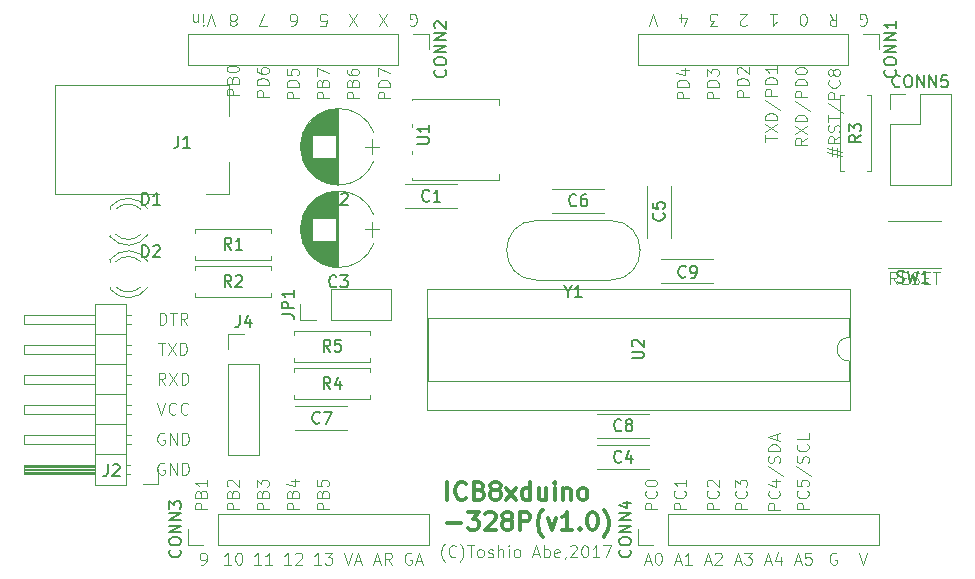
<source format=gto>
G04 #@! TF.FileFunction,Legend,Top*
%FSLAX46Y46*%
G04 Gerber Fmt 4.6, Leading zero omitted, Abs format (unit mm)*
G04 Created by KiCad (PCBNEW 4.0.7-e2-6376~58~ubuntu16.04.1) date Thu Feb  1 11:17:09 2018*
%MOMM*%
%LPD*%
G01*
G04 APERTURE LIST*
%ADD10C,0.100000*%
%ADD11C,0.300000*%
%ADD12C,0.120000*%
%ADD13C,0.150000*%
G04 APERTURE END LIST*
D10*
X178125619Y-60523381D02*
X177792285Y-60047190D01*
X177554190Y-60523381D02*
X177554190Y-59523381D01*
X177935143Y-59523381D01*
X178030381Y-59571000D01*
X178078000Y-59618619D01*
X178125619Y-59713857D01*
X178125619Y-59856714D01*
X178078000Y-59951952D01*
X178030381Y-59999571D01*
X177935143Y-60047190D01*
X177554190Y-60047190D01*
X178554190Y-59999571D02*
X178887524Y-59999571D01*
X179030381Y-60523381D02*
X178554190Y-60523381D01*
X178554190Y-59523381D01*
X179030381Y-59523381D01*
X179411333Y-60475762D02*
X179554190Y-60523381D01*
X179792286Y-60523381D01*
X179887524Y-60475762D01*
X179935143Y-60428143D01*
X179982762Y-60332905D01*
X179982762Y-60237667D01*
X179935143Y-60142429D01*
X179887524Y-60094810D01*
X179792286Y-60047190D01*
X179601809Y-59999571D01*
X179506571Y-59951952D01*
X179458952Y-59904333D01*
X179411333Y-59809095D01*
X179411333Y-59713857D01*
X179458952Y-59618619D01*
X179506571Y-59571000D01*
X179601809Y-59523381D01*
X179839905Y-59523381D01*
X179982762Y-59571000D01*
X180411333Y-59999571D02*
X180744667Y-59999571D01*
X180887524Y-60523381D02*
X180411333Y-60523381D01*
X180411333Y-59523381D01*
X180887524Y-59523381D01*
X181173238Y-59523381D02*
X181744667Y-59523381D01*
X181458952Y-60523381D02*
X181458952Y-59523381D01*
X119189524Y-84272381D02*
X119380000Y-84272381D01*
X119475239Y-84224762D01*
X119522858Y-84177143D01*
X119618096Y-84034286D01*
X119665715Y-83843810D01*
X119665715Y-83462857D01*
X119618096Y-83367619D01*
X119570477Y-83320000D01*
X119475239Y-83272381D01*
X119284762Y-83272381D01*
X119189524Y-83320000D01*
X119141905Y-83367619D01*
X119094286Y-83462857D01*
X119094286Y-83700952D01*
X119141905Y-83796190D01*
X119189524Y-83843810D01*
X119284762Y-83891429D01*
X119475239Y-83891429D01*
X119570477Y-83843810D01*
X119618096Y-83796190D01*
X119665715Y-83700952D01*
X139827857Y-84018333D02*
X139780237Y-83970714D01*
X139684999Y-83827857D01*
X139637380Y-83732619D01*
X139589761Y-83589762D01*
X139542142Y-83351667D01*
X139542142Y-83161190D01*
X139589761Y-82923095D01*
X139637380Y-82780238D01*
X139684999Y-82685000D01*
X139780237Y-82542143D01*
X139827857Y-82494524D01*
X140780238Y-83542143D02*
X140732619Y-83589762D01*
X140589762Y-83637381D01*
X140494524Y-83637381D01*
X140351666Y-83589762D01*
X140256428Y-83494524D01*
X140208809Y-83399286D01*
X140161190Y-83208810D01*
X140161190Y-83065952D01*
X140208809Y-82875476D01*
X140256428Y-82780238D01*
X140351666Y-82685000D01*
X140494524Y-82637381D01*
X140589762Y-82637381D01*
X140732619Y-82685000D01*
X140780238Y-82732619D01*
X141113571Y-84018333D02*
X141161190Y-83970714D01*
X141256428Y-83827857D01*
X141304047Y-83732619D01*
X141351666Y-83589762D01*
X141399285Y-83351667D01*
X141399285Y-83161190D01*
X141351666Y-82923095D01*
X141304047Y-82780238D01*
X141256428Y-82685000D01*
X141161190Y-82542143D01*
X141113571Y-82494524D01*
X141732619Y-82637381D02*
X142304048Y-82637381D01*
X142018333Y-83637381D02*
X142018333Y-82637381D01*
X142780238Y-83637381D02*
X142685000Y-83589762D01*
X142637381Y-83542143D01*
X142589762Y-83446905D01*
X142589762Y-83161190D01*
X142637381Y-83065952D01*
X142685000Y-83018333D01*
X142780238Y-82970714D01*
X142923096Y-82970714D01*
X143018334Y-83018333D01*
X143065953Y-83065952D01*
X143113572Y-83161190D01*
X143113572Y-83446905D01*
X143065953Y-83542143D01*
X143018334Y-83589762D01*
X142923096Y-83637381D01*
X142780238Y-83637381D01*
X143494524Y-83589762D02*
X143589762Y-83637381D01*
X143780238Y-83637381D01*
X143875477Y-83589762D01*
X143923096Y-83494524D01*
X143923096Y-83446905D01*
X143875477Y-83351667D01*
X143780238Y-83304048D01*
X143637381Y-83304048D01*
X143542143Y-83256429D01*
X143494524Y-83161190D01*
X143494524Y-83113571D01*
X143542143Y-83018333D01*
X143637381Y-82970714D01*
X143780238Y-82970714D01*
X143875477Y-83018333D01*
X144351667Y-83637381D02*
X144351667Y-82637381D01*
X144780239Y-83637381D02*
X144780239Y-83113571D01*
X144732620Y-83018333D01*
X144637382Y-82970714D01*
X144494524Y-82970714D01*
X144399286Y-83018333D01*
X144351667Y-83065952D01*
X145256429Y-83637381D02*
X145256429Y-82970714D01*
X145256429Y-82637381D02*
X145208810Y-82685000D01*
X145256429Y-82732619D01*
X145304048Y-82685000D01*
X145256429Y-82637381D01*
X145256429Y-82732619D01*
X145875476Y-83637381D02*
X145780238Y-83589762D01*
X145732619Y-83542143D01*
X145685000Y-83446905D01*
X145685000Y-83161190D01*
X145732619Y-83065952D01*
X145780238Y-83018333D01*
X145875476Y-82970714D01*
X146018334Y-82970714D01*
X146113572Y-83018333D01*
X146161191Y-83065952D01*
X146208810Y-83161190D01*
X146208810Y-83446905D01*
X146161191Y-83542143D01*
X146113572Y-83589762D01*
X146018334Y-83637381D01*
X145875476Y-83637381D01*
X147351667Y-83351667D02*
X147827858Y-83351667D01*
X147256429Y-83637381D02*
X147589762Y-82637381D01*
X147923096Y-83637381D01*
X148256429Y-83637381D02*
X148256429Y-82637381D01*
X148256429Y-83018333D02*
X148351667Y-82970714D01*
X148542144Y-82970714D01*
X148637382Y-83018333D01*
X148685001Y-83065952D01*
X148732620Y-83161190D01*
X148732620Y-83446905D01*
X148685001Y-83542143D01*
X148637382Y-83589762D01*
X148542144Y-83637381D01*
X148351667Y-83637381D01*
X148256429Y-83589762D01*
X149542144Y-83589762D02*
X149446906Y-83637381D01*
X149256429Y-83637381D01*
X149161191Y-83589762D01*
X149113572Y-83494524D01*
X149113572Y-83113571D01*
X149161191Y-83018333D01*
X149256429Y-82970714D01*
X149446906Y-82970714D01*
X149542144Y-83018333D01*
X149589763Y-83113571D01*
X149589763Y-83208810D01*
X149113572Y-83304048D01*
X150065953Y-83589762D02*
X150065953Y-83637381D01*
X150018334Y-83732619D01*
X149970715Y-83780238D01*
X150446905Y-82732619D02*
X150494524Y-82685000D01*
X150589762Y-82637381D01*
X150827858Y-82637381D01*
X150923096Y-82685000D01*
X150970715Y-82732619D01*
X151018334Y-82827857D01*
X151018334Y-82923095D01*
X150970715Y-83065952D01*
X150399286Y-83637381D01*
X151018334Y-83637381D01*
X151637381Y-82637381D02*
X151732620Y-82637381D01*
X151827858Y-82685000D01*
X151875477Y-82732619D01*
X151923096Y-82827857D01*
X151970715Y-83018333D01*
X151970715Y-83256429D01*
X151923096Y-83446905D01*
X151875477Y-83542143D01*
X151827858Y-83589762D01*
X151732620Y-83637381D01*
X151637381Y-83637381D01*
X151542143Y-83589762D01*
X151494524Y-83542143D01*
X151446905Y-83446905D01*
X151399286Y-83256429D01*
X151399286Y-83018333D01*
X151446905Y-82827857D01*
X151494524Y-82732619D01*
X151542143Y-82685000D01*
X151637381Y-82637381D01*
X152923096Y-83637381D02*
X152351667Y-83637381D01*
X152637381Y-83637381D02*
X152637381Y-82637381D01*
X152542143Y-82780238D01*
X152446905Y-82875476D01*
X152351667Y-82923095D01*
X153256429Y-82637381D02*
X153923096Y-82637381D01*
X153494524Y-83637381D01*
D11*
X140057143Y-78778571D02*
X140057143Y-77278571D01*
X141628572Y-78635714D02*
X141557143Y-78707143D01*
X141342857Y-78778571D01*
X141200000Y-78778571D01*
X140985715Y-78707143D01*
X140842857Y-78564286D01*
X140771429Y-78421429D01*
X140700000Y-78135714D01*
X140700000Y-77921429D01*
X140771429Y-77635714D01*
X140842857Y-77492857D01*
X140985715Y-77350000D01*
X141200000Y-77278571D01*
X141342857Y-77278571D01*
X141557143Y-77350000D01*
X141628572Y-77421429D01*
X142771429Y-77992857D02*
X142985715Y-78064286D01*
X143057143Y-78135714D01*
X143128572Y-78278571D01*
X143128572Y-78492857D01*
X143057143Y-78635714D01*
X142985715Y-78707143D01*
X142842857Y-78778571D01*
X142271429Y-78778571D01*
X142271429Y-77278571D01*
X142771429Y-77278571D01*
X142914286Y-77350000D01*
X142985715Y-77421429D01*
X143057143Y-77564286D01*
X143057143Y-77707143D01*
X142985715Y-77850000D01*
X142914286Y-77921429D01*
X142771429Y-77992857D01*
X142271429Y-77992857D01*
X143985715Y-77921429D02*
X143842857Y-77850000D01*
X143771429Y-77778571D01*
X143700000Y-77635714D01*
X143700000Y-77564286D01*
X143771429Y-77421429D01*
X143842857Y-77350000D01*
X143985715Y-77278571D01*
X144271429Y-77278571D01*
X144414286Y-77350000D01*
X144485715Y-77421429D01*
X144557143Y-77564286D01*
X144557143Y-77635714D01*
X144485715Y-77778571D01*
X144414286Y-77850000D01*
X144271429Y-77921429D01*
X143985715Y-77921429D01*
X143842857Y-77992857D01*
X143771429Y-78064286D01*
X143700000Y-78207143D01*
X143700000Y-78492857D01*
X143771429Y-78635714D01*
X143842857Y-78707143D01*
X143985715Y-78778571D01*
X144271429Y-78778571D01*
X144414286Y-78707143D01*
X144485715Y-78635714D01*
X144557143Y-78492857D01*
X144557143Y-78207143D01*
X144485715Y-78064286D01*
X144414286Y-77992857D01*
X144271429Y-77921429D01*
X145057143Y-78778571D02*
X145842857Y-77778571D01*
X145057143Y-77778571D02*
X145842857Y-78778571D01*
X147057143Y-78778571D02*
X147057143Y-77278571D01*
X147057143Y-78707143D02*
X146914286Y-78778571D01*
X146628572Y-78778571D01*
X146485714Y-78707143D01*
X146414286Y-78635714D01*
X146342857Y-78492857D01*
X146342857Y-78064286D01*
X146414286Y-77921429D01*
X146485714Y-77850000D01*
X146628572Y-77778571D01*
X146914286Y-77778571D01*
X147057143Y-77850000D01*
X148414286Y-77778571D02*
X148414286Y-78778571D01*
X147771429Y-77778571D02*
X147771429Y-78564286D01*
X147842857Y-78707143D01*
X147985715Y-78778571D01*
X148200000Y-78778571D01*
X148342857Y-78707143D01*
X148414286Y-78635714D01*
X149128572Y-78778571D02*
X149128572Y-77778571D01*
X149128572Y-77278571D02*
X149057143Y-77350000D01*
X149128572Y-77421429D01*
X149200000Y-77350000D01*
X149128572Y-77278571D01*
X149128572Y-77421429D01*
X149842858Y-77778571D02*
X149842858Y-78778571D01*
X149842858Y-77921429D02*
X149914286Y-77850000D01*
X150057144Y-77778571D01*
X150271429Y-77778571D01*
X150414286Y-77850000D01*
X150485715Y-77992857D01*
X150485715Y-78778571D01*
X151414287Y-78778571D02*
X151271429Y-78707143D01*
X151200001Y-78635714D01*
X151128572Y-78492857D01*
X151128572Y-78064286D01*
X151200001Y-77921429D01*
X151271429Y-77850000D01*
X151414287Y-77778571D01*
X151628572Y-77778571D01*
X151771429Y-77850000D01*
X151842858Y-77921429D01*
X151914287Y-78064286D01*
X151914287Y-78492857D01*
X151842858Y-78635714D01*
X151771429Y-78707143D01*
X151628572Y-78778571D01*
X151414287Y-78778571D01*
X140057143Y-80757143D02*
X141200000Y-80757143D01*
X141771429Y-79828571D02*
X142700000Y-79828571D01*
X142200000Y-80400000D01*
X142414286Y-80400000D01*
X142557143Y-80471429D01*
X142628572Y-80542857D01*
X142700000Y-80685714D01*
X142700000Y-81042857D01*
X142628572Y-81185714D01*
X142557143Y-81257143D01*
X142414286Y-81328571D01*
X141985714Y-81328571D01*
X141842857Y-81257143D01*
X141771429Y-81185714D01*
X143271428Y-79971429D02*
X143342857Y-79900000D01*
X143485714Y-79828571D01*
X143842857Y-79828571D01*
X143985714Y-79900000D01*
X144057143Y-79971429D01*
X144128571Y-80114286D01*
X144128571Y-80257143D01*
X144057143Y-80471429D01*
X143200000Y-81328571D01*
X144128571Y-81328571D01*
X144985714Y-80471429D02*
X144842856Y-80400000D01*
X144771428Y-80328571D01*
X144699999Y-80185714D01*
X144699999Y-80114286D01*
X144771428Y-79971429D01*
X144842856Y-79900000D01*
X144985714Y-79828571D01*
X145271428Y-79828571D01*
X145414285Y-79900000D01*
X145485714Y-79971429D01*
X145557142Y-80114286D01*
X145557142Y-80185714D01*
X145485714Y-80328571D01*
X145414285Y-80400000D01*
X145271428Y-80471429D01*
X144985714Y-80471429D01*
X144842856Y-80542857D01*
X144771428Y-80614286D01*
X144699999Y-80757143D01*
X144699999Y-81042857D01*
X144771428Y-81185714D01*
X144842856Y-81257143D01*
X144985714Y-81328571D01*
X145271428Y-81328571D01*
X145414285Y-81257143D01*
X145485714Y-81185714D01*
X145557142Y-81042857D01*
X145557142Y-80757143D01*
X145485714Y-80614286D01*
X145414285Y-80542857D01*
X145271428Y-80471429D01*
X146199999Y-81328571D02*
X146199999Y-79828571D01*
X146771427Y-79828571D01*
X146914285Y-79900000D01*
X146985713Y-79971429D01*
X147057142Y-80114286D01*
X147057142Y-80328571D01*
X146985713Y-80471429D01*
X146914285Y-80542857D01*
X146771427Y-80614286D01*
X146199999Y-80614286D01*
X148128570Y-81900000D02*
X148057142Y-81828571D01*
X147914285Y-81614286D01*
X147842856Y-81471429D01*
X147771427Y-81257143D01*
X147699999Y-80900000D01*
X147699999Y-80614286D01*
X147771427Y-80257143D01*
X147842856Y-80042857D01*
X147914285Y-79900000D01*
X148057142Y-79685714D01*
X148128570Y-79614286D01*
X148557142Y-80328571D02*
X148914285Y-81328571D01*
X149271427Y-80328571D01*
X150628570Y-81328571D02*
X149771427Y-81328571D01*
X150199999Y-81328571D02*
X150199999Y-79828571D01*
X150057142Y-80042857D01*
X149914284Y-80185714D01*
X149771427Y-80257143D01*
X151271427Y-81185714D02*
X151342855Y-81257143D01*
X151271427Y-81328571D01*
X151199998Y-81257143D01*
X151271427Y-81185714D01*
X151271427Y-81328571D01*
X152271427Y-79828571D02*
X152414284Y-79828571D01*
X152557141Y-79900000D01*
X152628570Y-79971429D01*
X152699999Y-80114286D01*
X152771427Y-80400000D01*
X152771427Y-80757143D01*
X152699999Y-81042857D01*
X152628570Y-81185714D01*
X152557141Y-81257143D01*
X152414284Y-81328571D01*
X152271427Y-81328571D01*
X152128570Y-81257143D01*
X152057141Y-81185714D01*
X151985713Y-81042857D01*
X151914284Y-80757143D01*
X151914284Y-80400000D01*
X151985713Y-80114286D01*
X152057141Y-79971429D01*
X152128570Y-79900000D01*
X152271427Y-79828571D01*
X153271427Y-81900000D02*
X153342855Y-81828571D01*
X153485712Y-81614286D01*
X153557141Y-81471429D01*
X153628570Y-81257143D01*
X153699998Y-80900000D01*
X153699998Y-80614286D01*
X153628570Y-80257143D01*
X153557141Y-80042857D01*
X153485712Y-79900000D01*
X153342855Y-79685714D01*
X153271427Y-79614286D01*
D10*
X172632714Y-49640667D02*
X172632714Y-48926381D01*
X172204143Y-49354953D02*
X173489857Y-49640667D01*
X173061286Y-49021619D02*
X173061286Y-49735905D01*
X173489857Y-49307333D02*
X172204143Y-49021619D01*
X173299381Y-48021619D02*
X172823190Y-48354953D01*
X173299381Y-48593048D02*
X172299381Y-48593048D01*
X172299381Y-48212095D01*
X172347000Y-48116857D01*
X172394619Y-48069238D01*
X172489857Y-48021619D01*
X172632714Y-48021619D01*
X172727952Y-48069238D01*
X172775571Y-48116857D01*
X172823190Y-48212095D01*
X172823190Y-48593048D01*
X173251762Y-47640667D02*
X173299381Y-47497810D01*
X173299381Y-47259714D01*
X173251762Y-47164476D01*
X173204143Y-47116857D01*
X173108905Y-47069238D01*
X173013667Y-47069238D01*
X172918429Y-47116857D01*
X172870810Y-47164476D01*
X172823190Y-47259714D01*
X172775571Y-47450191D01*
X172727952Y-47545429D01*
X172680333Y-47593048D01*
X172585095Y-47640667D01*
X172489857Y-47640667D01*
X172394619Y-47593048D01*
X172347000Y-47545429D01*
X172299381Y-47450191D01*
X172299381Y-47212095D01*
X172347000Y-47069238D01*
X172299381Y-46783524D02*
X172299381Y-46212095D01*
X173299381Y-46497810D02*
X172299381Y-46497810D01*
X172251762Y-45164476D02*
X173537476Y-46021619D01*
X173299381Y-44831143D02*
X172299381Y-44831143D01*
X172299381Y-44450190D01*
X172347000Y-44354952D01*
X172394619Y-44307333D01*
X172489857Y-44259714D01*
X172632714Y-44259714D01*
X172727952Y-44307333D01*
X172775571Y-44354952D01*
X172823190Y-44450190D01*
X172823190Y-44831143D01*
X173204143Y-43259714D02*
X173251762Y-43307333D01*
X173299381Y-43450190D01*
X173299381Y-43545428D01*
X173251762Y-43688286D01*
X173156524Y-43783524D01*
X173061286Y-43831143D01*
X172870810Y-43878762D01*
X172727952Y-43878762D01*
X172537476Y-43831143D01*
X172442238Y-43783524D01*
X172347000Y-43688286D01*
X172299381Y-43545428D01*
X172299381Y-43450190D01*
X172347000Y-43307333D01*
X172394619Y-43259714D01*
X172727952Y-42688286D02*
X172680333Y-42783524D01*
X172632714Y-42831143D01*
X172537476Y-42878762D01*
X172489857Y-42878762D01*
X172394619Y-42831143D01*
X172347000Y-42783524D01*
X172299381Y-42688286D01*
X172299381Y-42497809D01*
X172347000Y-42402571D01*
X172394619Y-42354952D01*
X172489857Y-42307333D01*
X172537476Y-42307333D01*
X172632714Y-42354952D01*
X172680333Y-42402571D01*
X172727952Y-42497809D01*
X172727952Y-42688286D01*
X172775571Y-42783524D01*
X172823190Y-42831143D01*
X172918429Y-42878762D01*
X173108905Y-42878762D01*
X173204143Y-42831143D01*
X173251762Y-42783524D01*
X173299381Y-42688286D01*
X173299381Y-42497809D01*
X173251762Y-42402571D01*
X173204143Y-42354952D01*
X173108905Y-42307333D01*
X172918429Y-42307333D01*
X172823190Y-42354952D01*
X172775571Y-42402571D01*
X172727952Y-42497809D01*
X170505381Y-48132666D02*
X170029190Y-48466000D01*
X170505381Y-48704095D02*
X169505381Y-48704095D01*
X169505381Y-48323142D01*
X169553000Y-48227904D01*
X169600619Y-48180285D01*
X169695857Y-48132666D01*
X169838714Y-48132666D01*
X169933952Y-48180285D01*
X169981571Y-48227904D01*
X170029190Y-48323142D01*
X170029190Y-48704095D01*
X169505381Y-47799333D02*
X170505381Y-47132666D01*
X169505381Y-47132666D02*
X170505381Y-47799333D01*
X170505381Y-46751714D02*
X169505381Y-46751714D01*
X169505381Y-46513619D01*
X169553000Y-46370761D01*
X169648238Y-46275523D01*
X169743476Y-46227904D01*
X169933952Y-46180285D01*
X170076810Y-46180285D01*
X170267286Y-46227904D01*
X170362524Y-46275523D01*
X170457762Y-46370761D01*
X170505381Y-46513619D01*
X170505381Y-46751714D01*
X169457762Y-45037428D02*
X170743476Y-45894571D01*
X170505381Y-44704095D02*
X169505381Y-44704095D01*
X169505381Y-44323142D01*
X169553000Y-44227904D01*
X169600619Y-44180285D01*
X169695857Y-44132666D01*
X169838714Y-44132666D01*
X169933952Y-44180285D01*
X169981571Y-44227904D01*
X170029190Y-44323142D01*
X170029190Y-44704095D01*
X170505381Y-43704095D02*
X169505381Y-43704095D01*
X169505381Y-43466000D01*
X169553000Y-43323142D01*
X169648238Y-43227904D01*
X169743476Y-43180285D01*
X169933952Y-43132666D01*
X170076810Y-43132666D01*
X170267286Y-43180285D01*
X170362524Y-43227904D01*
X170457762Y-43323142D01*
X170505381Y-43466000D01*
X170505381Y-43704095D01*
X169505381Y-42513619D02*
X169505381Y-42418380D01*
X169553000Y-42323142D01*
X169600619Y-42275523D01*
X169695857Y-42227904D01*
X169886333Y-42180285D01*
X170124429Y-42180285D01*
X170314905Y-42227904D01*
X170410143Y-42275523D01*
X170457762Y-42323142D01*
X170505381Y-42418380D01*
X170505381Y-42513619D01*
X170457762Y-42608857D01*
X170410143Y-42656476D01*
X170314905Y-42704095D01*
X170124429Y-42751714D01*
X169886333Y-42751714D01*
X169695857Y-42704095D01*
X169600619Y-42656476D01*
X169553000Y-42608857D01*
X169505381Y-42513619D01*
X166965381Y-48473905D02*
X166965381Y-47902476D01*
X167965381Y-48188191D02*
X166965381Y-48188191D01*
X166965381Y-47664381D02*
X167965381Y-46997714D01*
X166965381Y-46997714D02*
X167965381Y-47664381D01*
X167965381Y-46616762D02*
X166965381Y-46616762D01*
X166965381Y-46378667D01*
X167013000Y-46235809D01*
X167108238Y-46140571D01*
X167203476Y-46092952D01*
X167393952Y-46045333D01*
X167536810Y-46045333D01*
X167727286Y-46092952D01*
X167822524Y-46140571D01*
X167917762Y-46235809D01*
X167965381Y-46378667D01*
X167965381Y-46616762D01*
X166917762Y-44902476D02*
X168203476Y-45759619D01*
X167965381Y-44569143D02*
X166965381Y-44569143D01*
X166965381Y-44188190D01*
X167013000Y-44092952D01*
X167060619Y-44045333D01*
X167155857Y-43997714D01*
X167298714Y-43997714D01*
X167393952Y-44045333D01*
X167441571Y-44092952D01*
X167489190Y-44188190D01*
X167489190Y-44569143D01*
X167965381Y-43569143D02*
X166965381Y-43569143D01*
X166965381Y-43331048D01*
X167013000Y-43188190D01*
X167108238Y-43092952D01*
X167203476Y-43045333D01*
X167393952Y-42997714D01*
X167536810Y-42997714D01*
X167727286Y-43045333D01*
X167822524Y-43092952D01*
X167917762Y-43188190D01*
X167965381Y-43331048D01*
X167965381Y-43569143D01*
X167965381Y-42045333D02*
X167965381Y-42616762D01*
X167965381Y-42331048D02*
X166965381Y-42331048D01*
X167108238Y-42426286D01*
X167203476Y-42521524D01*
X167251095Y-42616762D01*
X165552381Y-44672095D02*
X164552381Y-44672095D01*
X164552381Y-44291142D01*
X164600000Y-44195904D01*
X164647619Y-44148285D01*
X164742857Y-44100666D01*
X164885714Y-44100666D01*
X164980952Y-44148285D01*
X165028571Y-44195904D01*
X165076190Y-44291142D01*
X165076190Y-44672095D01*
X165552381Y-43672095D02*
X164552381Y-43672095D01*
X164552381Y-43434000D01*
X164600000Y-43291142D01*
X164695238Y-43195904D01*
X164790476Y-43148285D01*
X164980952Y-43100666D01*
X165123810Y-43100666D01*
X165314286Y-43148285D01*
X165409524Y-43195904D01*
X165504762Y-43291142D01*
X165552381Y-43434000D01*
X165552381Y-43672095D01*
X164647619Y-42719714D02*
X164600000Y-42672095D01*
X164552381Y-42576857D01*
X164552381Y-42338761D01*
X164600000Y-42243523D01*
X164647619Y-42195904D01*
X164742857Y-42148285D01*
X164838095Y-42148285D01*
X164980952Y-42195904D01*
X165552381Y-42767333D01*
X165552381Y-42148285D01*
X163012381Y-44799095D02*
X162012381Y-44799095D01*
X162012381Y-44418142D01*
X162060000Y-44322904D01*
X162107619Y-44275285D01*
X162202857Y-44227666D01*
X162345714Y-44227666D01*
X162440952Y-44275285D01*
X162488571Y-44322904D01*
X162536190Y-44418142D01*
X162536190Y-44799095D01*
X163012381Y-43799095D02*
X162012381Y-43799095D01*
X162012381Y-43561000D01*
X162060000Y-43418142D01*
X162155238Y-43322904D01*
X162250476Y-43275285D01*
X162440952Y-43227666D01*
X162583810Y-43227666D01*
X162774286Y-43275285D01*
X162869524Y-43322904D01*
X162964762Y-43418142D01*
X163012381Y-43561000D01*
X163012381Y-43799095D01*
X162012381Y-42894333D02*
X162012381Y-42275285D01*
X162393333Y-42608619D01*
X162393333Y-42465761D01*
X162440952Y-42370523D01*
X162488571Y-42322904D01*
X162583810Y-42275285D01*
X162821905Y-42275285D01*
X162917143Y-42322904D01*
X162964762Y-42370523D01*
X163012381Y-42465761D01*
X163012381Y-42751476D01*
X162964762Y-42846714D01*
X162917143Y-42894333D01*
X160472381Y-44799095D02*
X159472381Y-44799095D01*
X159472381Y-44418142D01*
X159520000Y-44322904D01*
X159567619Y-44275285D01*
X159662857Y-44227666D01*
X159805714Y-44227666D01*
X159900952Y-44275285D01*
X159948571Y-44322904D01*
X159996190Y-44418142D01*
X159996190Y-44799095D01*
X160472381Y-43799095D02*
X159472381Y-43799095D01*
X159472381Y-43561000D01*
X159520000Y-43418142D01*
X159615238Y-43322904D01*
X159710476Y-43275285D01*
X159900952Y-43227666D01*
X160043810Y-43227666D01*
X160234286Y-43275285D01*
X160329524Y-43322904D01*
X160424762Y-43418142D01*
X160472381Y-43561000D01*
X160472381Y-43799095D01*
X159805714Y-42370523D02*
X160472381Y-42370523D01*
X159424762Y-42608619D02*
X160139048Y-42846714D01*
X160139048Y-42227666D01*
X132532381Y-44799095D02*
X131532381Y-44799095D01*
X131532381Y-44418142D01*
X131580000Y-44322904D01*
X131627619Y-44275285D01*
X131722857Y-44227666D01*
X131865714Y-44227666D01*
X131960952Y-44275285D01*
X132008571Y-44322904D01*
X132056190Y-44418142D01*
X132056190Y-44799095D01*
X132008571Y-43465761D02*
X132056190Y-43322904D01*
X132103810Y-43275285D01*
X132199048Y-43227666D01*
X132341905Y-43227666D01*
X132437143Y-43275285D01*
X132484762Y-43322904D01*
X132532381Y-43418142D01*
X132532381Y-43799095D01*
X131532381Y-43799095D01*
X131532381Y-43465761D01*
X131580000Y-43370523D01*
X131627619Y-43322904D01*
X131722857Y-43275285D01*
X131818095Y-43275285D01*
X131913333Y-43322904D01*
X131960952Y-43370523D01*
X132008571Y-43465761D01*
X132008571Y-43799095D01*
X131532381Y-42370523D02*
X131532381Y-42561000D01*
X131580000Y-42656238D01*
X131627619Y-42703857D01*
X131770476Y-42799095D01*
X131960952Y-42846714D01*
X132341905Y-42846714D01*
X132437143Y-42799095D01*
X132484762Y-42751476D01*
X132532381Y-42656238D01*
X132532381Y-42465761D01*
X132484762Y-42370523D01*
X132437143Y-42322904D01*
X132341905Y-42275285D01*
X132103810Y-42275285D01*
X132008571Y-42322904D01*
X131960952Y-42370523D01*
X131913333Y-42465761D01*
X131913333Y-42656238D01*
X131960952Y-42751476D01*
X132008571Y-42799095D01*
X132103810Y-42846714D01*
X129992381Y-44799095D02*
X128992381Y-44799095D01*
X128992381Y-44418142D01*
X129040000Y-44322904D01*
X129087619Y-44275285D01*
X129182857Y-44227666D01*
X129325714Y-44227666D01*
X129420952Y-44275285D01*
X129468571Y-44322904D01*
X129516190Y-44418142D01*
X129516190Y-44799095D01*
X129468571Y-43465761D02*
X129516190Y-43322904D01*
X129563810Y-43275285D01*
X129659048Y-43227666D01*
X129801905Y-43227666D01*
X129897143Y-43275285D01*
X129944762Y-43322904D01*
X129992381Y-43418142D01*
X129992381Y-43799095D01*
X128992381Y-43799095D01*
X128992381Y-43465761D01*
X129040000Y-43370523D01*
X129087619Y-43322904D01*
X129182857Y-43275285D01*
X129278095Y-43275285D01*
X129373333Y-43322904D01*
X129420952Y-43370523D01*
X129468571Y-43465761D01*
X129468571Y-43799095D01*
X128992381Y-42894333D02*
X128992381Y-42227666D01*
X129992381Y-42656238D01*
X127452381Y-44799095D02*
X126452381Y-44799095D01*
X126452381Y-44418142D01*
X126500000Y-44322904D01*
X126547619Y-44275285D01*
X126642857Y-44227666D01*
X126785714Y-44227666D01*
X126880952Y-44275285D01*
X126928571Y-44322904D01*
X126976190Y-44418142D01*
X126976190Y-44799095D01*
X127452381Y-43799095D02*
X126452381Y-43799095D01*
X126452381Y-43561000D01*
X126500000Y-43418142D01*
X126595238Y-43322904D01*
X126690476Y-43275285D01*
X126880952Y-43227666D01*
X127023810Y-43227666D01*
X127214286Y-43275285D01*
X127309524Y-43322904D01*
X127404762Y-43418142D01*
X127452381Y-43561000D01*
X127452381Y-43799095D01*
X126452381Y-42322904D02*
X126452381Y-42799095D01*
X126928571Y-42846714D01*
X126880952Y-42799095D01*
X126833333Y-42703857D01*
X126833333Y-42465761D01*
X126880952Y-42370523D01*
X126928571Y-42322904D01*
X127023810Y-42275285D01*
X127261905Y-42275285D01*
X127357143Y-42322904D01*
X127404762Y-42370523D01*
X127452381Y-42465761D01*
X127452381Y-42703857D01*
X127404762Y-42799095D01*
X127357143Y-42846714D01*
X124912381Y-44672095D02*
X123912381Y-44672095D01*
X123912381Y-44291142D01*
X123960000Y-44195904D01*
X124007619Y-44148285D01*
X124102857Y-44100666D01*
X124245714Y-44100666D01*
X124340952Y-44148285D01*
X124388571Y-44195904D01*
X124436190Y-44291142D01*
X124436190Y-44672095D01*
X124912381Y-43672095D02*
X123912381Y-43672095D01*
X123912381Y-43434000D01*
X123960000Y-43291142D01*
X124055238Y-43195904D01*
X124150476Y-43148285D01*
X124340952Y-43100666D01*
X124483810Y-43100666D01*
X124674286Y-43148285D01*
X124769524Y-43195904D01*
X124864762Y-43291142D01*
X124912381Y-43434000D01*
X124912381Y-43672095D01*
X123912381Y-42243523D02*
X123912381Y-42434000D01*
X123960000Y-42529238D01*
X124007619Y-42576857D01*
X124150476Y-42672095D01*
X124340952Y-42719714D01*
X124721905Y-42719714D01*
X124817143Y-42672095D01*
X124864762Y-42624476D01*
X124912381Y-42529238D01*
X124912381Y-42338761D01*
X124864762Y-42243523D01*
X124817143Y-42195904D01*
X124721905Y-42148285D01*
X124483810Y-42148285D01*
X124388571Y-42195904D01*
X124340952Y-42243523D01*
X124293333Y-42338761D01*
X124293333Y-42529238D01*
X124340952Y-42624476D01*
X124388571Y-42672095D01*
X124483810Y-42719714D01*
X135199381Y-44799095D02*
X134199381Y-44799095D01*
X134199381Y-44418142D01*
X134247000Y-44322904D01*
X134294619Y-44275285D01*
X134389857Y-44227666D01*
X134532714Y-44227666D01*
X134627952Y-44275285D01*
X134675571Y-44322904D01*
X134723190Y-44418142D01*
X134723190Y-44799095D01*
X135199381Y-43799095D02*
X134199381Y-43799095D01*
X134199381Y-43561000D01*
X134247000Y-43418142D01*
X134342238Y-43322904D01*
X134437476Y-43275285D01*
X134627952Y-43227666D01*
X134770810Y-43227666D01*
X134961286Y-43275285D01*
X135056524Y-43322904D01*
X135151762Y-43418142D01*
X135199381Y-43561000D01*
X135199381Y-43799095D01*
X134199381Y-42894333D02*
X134199381Y-42227666D01*
X135199381Y-42656238D01*
X122372381Y-44545095D02*
X121372381Y-44545095D01*
X121372381Y-44164142D01*
X121420000Y-44068904D01*
X121467619Y-44021285D01*
X121562857Y-43973666D01*
X121705714Y-43973666D01*
X121800952Y-44021285D01*
X121848571Y-44068904D01*
X121896190Y-44164142D01*
X121896190Y-44545095D01*
X121848571Y-43211761D02*
X121896190Y-43068904D01*
X121943810Y-43021285D01*
X122039048Y-42973666D01*
X122181905Y-42973666D01*
X122277143Y-43021285D01*
X122324762Y-43068904D01*
X122372381Y-43164142D01*
X122372381Y-43545095D01*
X121372381Y-43545095D01*
X121372381Y-43211761D01*
X121420000Y-43116523D01*
X121467619Y-43068904D01*
X121562857Y-43021285D01*
X121658095Y-43021285D01*
X121753333Y-43068904D01*
X121800952Y-43116523D01*
X121848571Y-43211761D01*
X121848571Y-43545095D01*
X121372381Y-42354619D02*
X121372381Y-42259380D01*
X121420000Y-42164142D01*
X121467619Y-42116523D01*
X121562857Y-42068904D01*
X121753333Y-42021285D01*
X121991429Y-42021285D01*
X122181905Y-42068904D01*
X122277143Y-42116523D01*
X122324762Y-42164142D01*
X122372381Y-42259380D01*
X122372381Y-42354619D01*
X122324762Y-42449857D01*
X122277143Y-42497476D01*
X122181905Y-42545095D01*
X121991429Y-42592714D01*
X121753333Y-42592714D01*
X121562857Y-42545095D01*
X121467619Y-42497476D01*
X121420000Y-42449857D01*
X121372381Y-42354619D01*
X119705381Y-79597095D02*
X118705381Y-79597095D01*
X118705381Y-79216142D01*
X118753000Y-79120904D01*
X118800619Y-79073285D01*
X118895857Y-79025666D01*
X119038714Y-79025666D01*
X119133952Y-79073285D01*
X119181571Y-79120904D01*
X119229190Y-79216142D01*
X119229190Y-79597095D01*
X119181571Y-78263761D02*
X119229190Y-78120904D01*
X119276810Y-78073285D01*
X119372048Y-78025666D01*
X119514905Y-78025666D01*
X119610143Y-78073285D01*
X119657762Y-78120904D01*
X119705381Y-78216142D01*
X119705381Y-78597095D01*
X118705381Y-78597095D01*
X118705381Y-78263761D01*
X118753000Y-78168523D01*
X118800619Y-78120904D01*
X118895857Y-78073285D01*
X118991095Y-78073285D01*
X119086333Y-78120904D01*
X119133952Y-78168523D01*
X119181571Y-78263761D01*
X119181571Y-78597095D01*
X119705381Y-77073285D02*
X119705381Y-77644714D01*
X119705381Y-77359000D02*
X118705381Y-77359000D01*
X118848238Y-77454238D01*
X118943476Y-77549476D01*
X118991095Y-77644714D01*
X122372381Y-79597095D02*
X121372381Y-79597095D01*
X121372381Y-79216142D01*
X121420000Y-79120904D01*
X121467619Y-79073285D01*
X121562857Y-79025666D01*
X121705714Y-79025666D01*
X121800952Y-79073285D01*
X121848571Y-79120904D01*
X121896190Y-79216142D01*
X121896190Y-79597095D01*
X121848571Y-78263761D02*
X121896190Y-78120904D01*
X121943810Y-78073285D01*
X122039048Y-78025666D01*
X122181905Y-78025666D01*
X122277143Y-78073285D01*
X122324762Y-78120904D01*
X122372381Y-78216142D01*
X122372381Y-78597095D01*
X121372381Y-78597095D01*
X121372381Y-78263761D01*
X121420000Y-78168523D01*
X121467619Y-78120904D01*
X121562857Y-78073285D01*
X121658095Y-78073285D01*
X121753333Y-78120904D01*
X121800952Y-78168523D01*
X121848571Y-78263761D01*
X121848571Y-78597095D01*
X121467619Y-77644714D02*
X121420000Y-77597095D01*
X121372381Y-77501857D01*
X121372381Y-77263761D01*
X121420000Y-77168523D01*
X121467619Y-77120904D01*
X121562857Y-77073285D01*
X121658095Y-77073285D01*
X121800952Y-77120904D01*
X122372381Y-77692333D01*
X122372381Y-77073285D01*
X124912381Y-79597095D02*
X123912381Y-79597095D01*
X123912381Y-79216142D01*
X123960000Y-79120904D01*
X124007619Y-79073285D01*
X124102857Y-79025666D01*
X124245714Y-79025666D01*
X124340952Y-79073285D01*
X124388571Y-79120904D01*
X124436190Y-79216142D01*
X124436190Y-79597095D01*
X124388571Y-78263761D02*
X124436190Y-78120904D01*
X124483810Y-78073285D01*
X124579048Y-78025666D01*
X124721905Y-78025666D01*
X124817143Y-78073285D01*
X124864762Y-78120904D01*
X124912381Y-78216142D01*
X124912381Y-78597095D01*
X123912381Y-78597095D01*
X123912381Y-78263761D01*
X123960000Y-78168523D01*
X124007619Y-78120904D01*
X124102857Y-78073285D01*
X124198095Y-78073285D01*
X124293333Y-78120904D01*
X124340952Y-78168523D01*
X124388571Y-78263761D01*
X124388571Y-78597095D01*
X123912381Y-77692333D02*
X123912381Y-77073285D01*
X124293333Y-77406619D01*
X124293333Y-77263761D01*
X124340952Y-77168523D01*
X124388571Y-77120904D01*
X124483810Y-77073285D01*
X124721905Y-77073285D01*
X124817143Y-77120904D01*
X124864762Y-77168523D01*
X124912381Y-77263761D01*
X124912381Y-77549476D01*
X124864762Y-77644714D01*
X124817143Y-77692333D01*
X127452381Y-79597095D02*
X126452381Y-79597095D01*
X126452381Y-79216142D01*
X126500000Y-79120904D01*
X126547619Y-79073285D01*
X126642857Y-79025666D01*
X126785714Y-79025666D01*
X126880952Y-79073285D01*
X126928571Y-79120904D01*
X126976190Y-79216142D01*
X126976190Y-79597095D01*
X126928571Y-78263761D02*
X126976190Y-78120904D01*
X127023810Y-78073285D01*
X127119048Y-78025666D01*
X127261905Y-78025666D01*
X127357143Y-78073285D01*
X127404762Y-78120904D01*
X127452381Y-78216142D01*
X127452381Y-78597095D01*
X126452381Y-78597095D01*
X126452381Y-78263761D01*
X126500000Y-78168523D01*
X126547619Y-78120904D01*
X126642857Y-78073285D01*
X126738095Y-78073285D01*
X126833333Y-78120904D01*
X126880952Y-78168523D01*
X126928571Y-78263761D01*
X126928571Y-78597095D01*
X126785714Y-77168523D02*
X127452381Y-77168523D01*
X126404762Y-77406619D02*
X127119048Y-77644714D01*
X127119048Y-77025666D01*
X129992381Y-79597095D02*
X128992381Y-79597095D01*
X128992381Y-79216142D01*
X129040000Y-79120904D01*
X129087619Y-79073285D01*
X129182857Y-79025666D01*
X129325714Y-79025666D01*
X129420952Y-79073285D01*
X129468571Y-79120904D01*
X129516190Y-79216142D01*
X129516190Y-79597095D01*
X129468571Y-78263761D02*
X129516190Y-78120904D01*
X129563810Y-78073285D01*
X129659048Y-78025666D01*
X129801905Y-78025666D01*
X129897143Y-78073285D01*
X129944762Y-78120904D01*
X129992381Y-78216142D01*
X129992381Y-78597095D01*
X128992381Y-78597095D01*
X128992381Y-78263761D01*
X129040000Y-78168523D01*
X129087619Y-78120904D01*
X129182857Y-78073285D01*
X129278095Y-78073285D01*
X129373333Y-78120904D01*
X129420952Y-78168523D01*
X129468571Y-78263761D01*
X129468571Y-78597095D01*
X128992381Y-77120904D02*
X128992381Y-77597095D01*
X129468571Y-77644714D01*
X129420952Y-77597095D01*
X129373333Y-77501857D01*
X129373333Y-77263761D01*
X129420952Y-77168523D01*
X129468571Y-77120904D01*
X129563810Y-77073285D01*
X129801905Y-77073285D01*
X129897143Y-77120904D01*
X129944762Y-77168523D01*
X129992381Y-77263761D01*
X129992381Y-77501857D01*
X129944762Y-77597095D01*
X129897143Y-77644714D01*
X157805381Y-79597095D02*
X156805381Y-79597095D01*
X156805381Y-79216142D01*
X156853000Y-79120904D01*
X156900619Y-79073285D01*
X156995857Y-79025666D01*
X157138714Y-79025666D01*
X157233952Y-79073285D01*
X157281571Y-79120904D01*
X157329190Y-79216142D01*
X157329190Y-79597095D01*
X157710143Y-78025666D02*
X157757762Y-78073285D01*
X157805381Y-78216142D01*
X157805381Y-78311380D01*
X157757762Y-78454238D01*
X157662524Y-78549476D01*
X157567286Y-78597095D01*
X157376810Y-78644714D01*
X157233952Y-78644714D01*
X157043476Y-78597095D01*
X156948238Y-78549476D01*
X156853000Y-78454238D01*
X156805381Y-78311380D01*
X156805381Y-78216142D01*
X156853000Y-78073285D01*
X156900619Y-78025666D01*
X156805381Y-77406619D02*
X156805381Y-77311380D01*
X156853000Y-77216142D01*
X156900619Y-77168523D01*
X156995857Y-77120904D01*
X157186333Y-77073285D01*
X157424429Y-77073285D01*
X157614905Y-77120904D01*
X157710143Y-77168523D01*
X157757762Y-77216142D01*
X157805381Y-77311380D01*
X157805381Y-77406619D01*
X157757762Y-77501857D01*
X157710143Y-77549476D01*
X157614905Y-77597095D01*
X157424429Y-77644714D01*
X157186333Y-77644714D01*
X156995857Y-77597095D01*
X156900619Y-77549476D01*
X156853000Y-77501857D01*
X156805381Y-77406619D01*
X160218381Y-79597095D02*
X159218381Y-79597095D01*
X159218381Y-79216142D01*
X159266000Y-79120904D01*
X159313619Y-79073285D01*
X159408857Y-79025666D01*
X159551714Y-79025666D01*
X159646952Y-79073285D01*
X159694571Y-79120904D01*
X159742190Y-79216142D01*
X159742190Y-79597095D01*
X160123143Y-78025666D02*
X160170762Y-78073285D01*
X160218381Y-78216142D01*
X160218381Y-78311380D01*
X160170762Y-78454238D01*
X160075524Y-78549476D01*
X159980286Y-78597095D01*
X159789810Y-78644714D01*
X159646952Y-78644714D01*
X159456476Y-78597095D01*
X159361238Y-78549476D01*
X159266000Y-78454238D01*
X159218381Y-78311380D01*
X159218381Y-78216142D01*
X159266000Y-78073285D01*
X159313619Y-78025666D01*
X160218381Y-77073285D02*
X160218381Y-77644714D01*
X160218381Y-77359000D02*
X159218381Y-77359000D01*
X159361238Y-77454238D01*
X159456476Y-77549476D01*
X159504095Y-77644714D01*
X163012381Y-79597095D02*
X162012381Y-79597095D01*
X162012381Y-79216142D01*
X162060000Y-79120904D01*
X162107619Y-79073285D01*
X162202857Y-79025666D01*
X162345714Y-79025666D01*
X162440952Y-79073285D01*
X162488571Y-79120904D01*
X162536190Y-79216142D01*
X162536190Y-79597095D01*
X162917143Y-78025666D02*
X162964762Y-78073285D01*
X163012381Y-78216142D01*
X163012381Y-78311380D01*
X162964762Y-78454238D01*
X162869524Y-78549476D01*
X162774286Y-78597095D01*
X162583810Y-78644714D01*
X162440952Y-78644714D01*
X162250476Y-78597095D01*
X162155238Y-78549476D01*
X162060000Y-78454238D01*
X162012381Y-78311380D01*
X162012381Y-78216142D01*
X162060000Y-78073285D01*
X162107619Y-78025666D01*
X162107619Y-77644714D02*
X162060000Y-77597095D01*
X162012381Y-77501857D01*
X162012381Y-77263761D01*
X162060000Y-77168523D01*
X162107619Y-77120904D01*
X162202857Y-77073285D01*
X162298095Y-77073285D01*
X162440952Y-77120904D01*
X163012381Y-77692333D01*
X163012381Y-77073285D01*
X165425381Y-79597095D02*
X164425381Y-79597095D01*
X164425381Y-79216142D01*
X164473000Y-79120904D01*
X164520619Y-79073285D01*
X164615857Y-79025666D01*
X164758714Y-79025666D01*
X164853952Y-79073285D01*
X164901571Y-79120904D01*
X164949190Y-79216142D01*
X164949190Y-79597095D01*
X165330143Y-78025666D02*
X165377762Y-78073285D01*
X165425381Y-78216142D01*
X165425381Y-78311380D01*
X165377762Y-78454238D01*
X165282524Y-78549476D01*
X165187286Y-78597095D01*
X164996810Y-78644714D01*
X164853952Y-78644714D01*
X164663476Y-78597095D01*
X164568238Y-78549476D01*
X164473000Y-78454238D01*
X164425381Y-78311380D01*
X164425381Y-78216142D01*
X164473000Y-78073285D01*
X164520619Y-78025666D01*
X164425381Y-77692333D02*
X164425381Y-77073285D01*
X164806333Y-77406619D01*
X164806333Y-77263761D01*
X164853952Y-77168523D01*
X164901571Y-77120904D01*
X164996810Y-77073285D01*
X165234905Y-77073285D01*
X165330143Y-77120904D01*
X165377762Y-77168523D01*
X165425381Y-77263761D01*
X165425381Y-77549476D01*
X165377762Y-77644714D01*
X165330143Y-77692333D01*
X168219381Y-79620667D02*
X167219381Y-79620667D01*
X167219381Y-79239714D01*
X167267000Y-79144476D01*
X167314619Y-79096857D01*
X167409857Y-79049238D01*
X167552714Y-79049238D01*
X167647952Y-79096857D01*
X167695571Y-79144476D01*
X167743190Y-79239714D01*
X167743190Y-79620667D01*
X168124143Y-78049238D02*
X168171762Y-78096857D01*
X168219381Y-78239714D01*
X168219381Y-78334952D01*
X168171762Y-78477810D01*
X168076524Y-78573048D01*
X167981286Y-78620667D01*
X167790810Y-78668286D01*
X167647952Y-78668286D01*
X167457476Y-78620667D01*
X167362238Y-78573048D01*
X167267000Y-78477810D01*
X167219381Y-78334952D01*
X167219381Y-78239714D01*
X167267000Y-78096857D01*
X167314619Y-78049238D01*
X167552714Y-77192095D02*
X168219381Y-77192095D01*
X167171762Y-77430191D02*
X167886048Y-77668286D01*
X167886048Y-77049238D01*
X167171762Y-75954000D02*
X168457476Y-76811143D01*
X168171762Y-75668286D02*
X168219381Y-75525429D01*
X168219381Y-75287333D01*
X168171762Y-75192095D01*
X168124143Y-75144476D01*
X168028905Y-75096857D01*
X167933667Y-75096857D01*
X167838429Y-75144476D01*
X167790810Y-75192095D01*
X167743190Y-75287333D01*
X167695571Y-75477810D01*
X167647952Y-75573048D01*
X167600333Y-75620667D01*
X167505095Y-75668286D01*
X167409857Y-75668286D01*
X167314619Y-75620667D01*
X167267000Y-75573048D01*
X167219381Y-75477810D01*
X167219381Y-75239714D01*
X167267000Y-75096857D01*
X168219381Y-74668286D02*
X167219381Y-74668286D01*
X167219381Y-74430191D01*
X167267000Y-74287333D01*
X167362238Y-74192095D01*
X167457476Y-74144476D01*
X167647952Y-74096857D01*
X167790810Y-74096857D01*
X167981286Y-74144476D01*
X168076524Y-74192095D01*
X168171762Y-74287333D01*
X168219381Y-74430191D01*
X168219381Y-74668286D01*
X167933667Y-73715905D02*
X167933667Y-73239714D01*
X168219381Y-73811143D02*
X167219381Y-73477810D01*
X168219381Y-73144476D01*
X170632381Y-79596857D02*
X169632381Y-79596857D01*
X169632381Y-79215904D01*
X169680000Y-79120666D01*
X169727619Y-79073047D01*
X169822857Y-79025428D01*
X169965714Y-79025428D01*
X170060952Y-79073047D01*
X170108571Y-79120666D01*
X170156190Y-79215904D01*
X170156190Y-79596857D01*
X170537143Y-78025428D02*
X170584762Y-78073047D01*
X170632381Y-78215904D01*
X170632381Y-78311142D01*
X170584762Y-78454000D01*
X170489524Y-78549238D01*
X170394286Y-78596857D01*
X170203810Y-78644476D01*
X170060952Y-78644476D01*
X169870476Y-78596857D01*
X169775238Y-78549238D01*
X169680000Y-78454000D01*
X169632381Y-78311142D01*
X169632381Y-78215904D01*
X169680000Y-78073047D01*
X169727619Y-78025428D01*
X169632381Y-77120666D02*
X169632381Y-77596857D01*
X170108571Y-77644476D01*
X170060952Y-77596857D01*
X170013333Y-77501619D01*
X170013333Y-77263523D01*
X170060952Y-77168285D01*
X170108571Y-77120666D01*
X170203810Y-77073047D01*
X170441905Y-77073047D01*
X170537143Y-77120666D01*
X170584762Y-77168285D01*
X170632381Y-77263523D01*
X170632381Y-77501619D01*
X170584762Y-77596857D01*
X170537143Y-77644476D01*
X169584762Y-75930190D02*
X170870476Y-76787333D01*
X170584762Y-75644476D02*
X170632381Y-75501619D01*
X170632381Y-75263523D01*
X170584762Y-75168285D01*
X170537143Y-75120666D01*
X170441905Y-75073047D01*
X170346667Y-75073047D01*
X170251429Y-75120666D01*
X170203810Y-75168285D01*
X170156190Y-75263523D01*
X170108571Y-75454000D01*
X170060952Y-75549238D01*
X170013333Y-75596857D01*
X169918095Y-75644476D01*
X169822857Y-75644476D01*
X169727619Y-75596857D01*
X169680000Y-75549238D01*
X169632381Y-75454000D01*
X169632381Y-75215904D01*
X169680000Y-75073047D01*
X170537143Y-74073047D02*
X170584762Y-74120666D01*
X170632381Y-74263523D01*
X170632381Y-74358761D01*
X170584762Y-74501619D01*
X170489524Y-74596857D01*
X170394286Y-74644476D01*
X170203810Y-74692095D01*
X170060952Y-74692095D01*
X169870476Y-74644476D01*
X169775238Y-74596857D01*
X169680000Y-74501619D01*
X169632381Y-74358761D01*
X169632381Y-74263523D01*
X169680000Y-74120666D01*
X169727619Y-74073047D01*
X170632381Y-73168285D02*
X170632381Y-73644476D01*
X169632381Y-73644476D01*
X116078096Y-75700000D02*
X115982858Y-75652381D01*
X115840001Y-75652381D01*
X115697143Y-75700000D01*
X115601905Y-75795238D01*
X115554286Y-75890476D01*
X115506667Y-76080952D01*
X115506667Y-76223810D01*
X115554286Y-76414286D01*
X115601905Y-76509524D01*
X115697143Y-76604762D01*
X115840001Y-76652381D01*
X115935239Y-76652381D01*
X116078096Y-76604762D01*
X116125715Y-76557143D01*
X116125715Y-76223810D01*
X115935239Y-76223810D01*
X116554286Y-76652381D02*
X116554286Y-75652381D01*
X117125715Y-76652381D01*
X117125715Y-75652381D01*
X117601905Y-76652381D02*
X117601905Y-75652381D01*
X117840000Y-75652381D01*
X117982858Y-75700000D01*
X118078096Y-75795238D01*
X118125715Y-75890476D01*
X118173334Y-76080952D01*
X118173334Y-76223810D01*
X118125715Y-76414286D01*
X118078096Y-76509524D01*
X117982858Y-76604762D01*
X117840000Y-76652381D01*
X117601905Y-76652381D01*
X116078096Y-73160000D02*
X115982858Y-73112381D01*
X115840001Y-73112381D01*
X115697143Y-73160000D01*
X115601905Y-73255238D01*
X115554286Y-73350476D01*
X115506667Y-73540952D01*
X115506667Y-73683810D01*
X115554286Y-73874286D01*
X115601905Y-73969524D01*
X115697143Y-74064762D01*
X115840001Y-74112381D01*
X115935239Y-74112381D01*
X116078096Y-74064762D01*
X116125715Y-74017143D01*
X116125715Y-73683810D01*
X115935239Y-73683810D01*
X116554286Y-74112381D02*
X116554286Y-73112381D01*
X117125715Y-74112381D01*
X117125715Y-73112381D01*
X117601905Y-74112381D02*
X117601905Y-73112381D01*
X117840000Y-73112381D01*
X117982858Y-73160000D01*
X118078096Y-73255238D01*
X118125715Y-73350476D01*
X118173334Y-73540952D01*
X118173334Y-73683810D01*
X118125715Y-73874286D01*
X118078096Y-73969524D01*
X117982858Y-74064762D01*
X117840000Y-74112381D01*
X117601905Y-74112381D01*
X115506667Y-70572381D02*
X115840000Y-71572381D01*
X116173334Y-70572381D01*
X117078096Y-71477143D02*
X117030477Y-71524762D01*
X116887620Y-71572381D01*
X116792382Y-71572381D01*
X116649524Y-71524762D01*
X116554286Y-71429524D01*
X116506667Y-71334286D01*
X116459048Y-71143810D01*
X116459048Y-71000952D01*
X116506667Y-70810476D01*
X116554286Y-70715238D01*
X116649524Y-70620000D01*
X116792382Y-70572381D01*
X116887620Y-70572381D01*
X117030477Y-70620000D01*
X117078096Y-70667619D01*
X118078096Y-71477143D02*
X118030477Y-71524762D01*
X117887620Y-71572381D01*
X117792382Y-71572381D01*
X117649524Y-71524762D01*
X117554286Y-71429524D01*
X117506667Y-71334286D01*
X117459048Y-71143810D01*
X117459048Y-71000952D01*
X117506667Y-70810476D01*
X117554286Y-70715238D01*
X117649524Y-70620000D01*
X117792382Y-70572381D01*
X117887620Y-70572381D01*
X118030477Y-70620000D01*
X118078096Y-70667619D01*
X116173334Y-69032381D02*
X115840000Y-68556190D01*
X115601905Y-69032381D02*
X115601905Y-68032381D01*
X115982858Y-68032381D01*
X116078096Y-68080000D01*
X116125715Y-68127619D01*
X116173334Y-68222857D01*
X116173334Y-68365714D01*
X116125715Y-68460952D01*
X116078096Y-68508571D01*
X115982858Y-68556190D01*
X115601905Y-68556190D01*
X116506667Y-68032381D02*
X117173334Y-69032381D01*
X117173334Y-68032381D02*
X116506667Y-69032381D01*
X117554286Y-69032381D02*
X117554286Y-68032381D01*
X117792381Y-68032381D01*
X117935239Y-68080000D01*
X118030477Y-68175238D01*
X118078096Y-68270476D01*
X118125715Y-68460952D01*
X118125715Y-68603810D01*
X118078096Y-68794286D01*
X118030477Y-68889524D01*
X117935239Y-68984762D01*
X117792381Y-69032381D01*
X117554286Y-69032381D01*
X115578095Y-65492381D02*
X116149524Y-65492381D01*
X115863809Y-66492381D02*
X115863809Y-65492381D01*
X116387619Y-65492381D02*
X117054286Y-66492381D01*
X117054286Y-65492381D02*
X116387619Y-66492381D01*
X117435238Y-66492381D02*
X117435238Y-65492381D01*
X117673333Y-65492381D01*
X117816191Y-65540000D01*
X117911429Y-65635238D01*
X117959048Y-65730476D01*
X118006667Y-65920952D01*
X118006667Y-66063810D01*
X117959048Y-66254286D01*
X117911429Y-66349524D01*
X117816191Y-66444762D01*
X117673333Y-66492381D01*
X117435238Y-66492381D01*
X132413333Y-38647619D02*
X131746666Y-37647619D01*
X131746666Y-38647619D02*
X132413333Y-37647619D01*
X134953333Y-38647619D02*
X134286666Y-37647619D01*
X134286666Y-38647619D02*
X134953333Y-37647619D01*
X136993334Y-83320000D02*
X136898096Y-83272381D01*
X136755239Y-83272381D01*
X136612381Y-83320000D01*
X136517143Y-83415238D01*
X136469524Y-83510476D01*
X136421905Y-83700952D01*
X136421905Y-83843810D01*
X136469524Y-84034286D01*
X136517143Y-84129524D01*
X136612381Y-84224762D01*
X136755239Y-84272381D01*
X136850477Y-84272381D01*
X136993334Y-84224762D01*
X137040953Y-84177143D01*
X137040953Y-83843810D01*
X136850477Y-83843810D01*
X137421905Y-83986667D02*
X137898096Y-83986667D01*
X137326667Y-84272381D02*
X137660000Y-83272381D01*
X137993334Y-84272381D01*
X131318095Y-83272381D02*
X131651428Y-84272381D01*
X131984762Y-83272381D01*
X132270476Y-83986667D02*
X132746667Y-83986667D01*
X132175238Y-84272381D02*
X132508571Y-83272381D01*
X132841905Y-84272381D01*
X133881905Y-83986667D02*
X134358096Y-83986667D01*
X133786667Y-84272381D02*
X134120000Y-83272381D01*
X134453334Y-84272381D01*
X135358096Y-84272381D02*
X135024762Y-83796190D01*
X134786667Y-84272381D02*
X134786667Y-83272381D01*
X135167620Y-83272381D01*
X135262858Y-83320000D01*
X135310477Y-83367619D01*
X135358096Y-83462857D01*
X135358096Y-83605714D01*
X135310477Y-83700952D01*
X135262858Y-83748571D01*
X135167620Y-83796190D01*
X134786667Y-83796190D01*
X174926667Y-83272381D02*
X175260000Y-84272381D01*
X175593334Y-83272381D01*
X172981905Y-83320000D02*
X172886667Y-83272381D01*
X172743810Y-83272381D01*
X172600952Y-83320000D01*
X172505714Y-83415238D01*
X172458095Y-83510476D01*
X172410476Y-83700952D01*
X172410476Y-83843810D01*
X172458095Y-84034286D01*
X172505714Y-84129524D01*
X172600952Y-84224762D01*
X172743810Y-84272381D01*
X172839048Y-84272381D01*
X172981905Y-84224762D01*
X173029524Y-84177143D01*
X173029524Y-83843810D01*
X172839048Y-83843810D01*
X120403809Y-38647619D02*
X120070476Y-37647619D01*
X119737142Y-38647619D01*
X119403809Y-37647619D02*
X119403809Y-38314286D01*
X119403809Y-38647619D02*
X119451428Y-38600000D01*
X119403809Y-38552381D01*
X119356190Y-38600000D01*
X119403809Y-38647619D01*
X119403809Y-38552381D01*
X118927619Y-38314286D02*
X118927619Y-37647619D01*
X118927619Y-38219048D02*
X118880000Y-38266667D01*
X118784762Y-38314286D01*
X118641904Y-38314286D01*
X118546666Y-38266667D01*
X118499047Y-38171429D01*
X118499047Y-37647619D01*
X157813333Y-38647619D02*
X157480000Y-37647619D01*
X157146666Y-38647619D01*
X136898095Y-38600000D02*
X136993333Y-38647619D01*
X137136190Y-38647619D01*
X137279048Y-38600000D01*
X137374286Y-38504762D01*
X137421905Y-38409524D01*
X137469524Y-38219048D01*
X137469524Y-38076190D01*
X137421905Y-37885714D01*
X137374286Y-37790476D01*
X137279048Y-37695238D01*
X137136190Y-37647619D01*
X137040952Y-37647619D01*
X136898095Y-37695238D01*
X136850476Y-37742857D01*
X136850476Y-38076190D01*
X137040952Y-38076190D01*
X174998095Y-38600000D02*
X175093333Y-38647619D01*
X175236190Y-38647619D01*
X175379048Y-38600000D01*
X175474286Y-38504762D01*
X175521905Y-38409524D01*
X175569524Y-38219048D01*
X175569524Y-38076190D01*
X175521905Y-37885714D01*
X175474286Y-37790476D01*
X175379048Y-37695238D01*
X175236190Y-37647619D01*
X175140952Y-37647619D01*
X174998095Y-37695238D01*
X174950476Y-37742857D01*
X174950476Y-38076190D01*
X175140952Y-38076190D01*
X172410476Y-37647619D02*
X172743810Y-38123810D01*
X172981905Y-37647619D02*
X172981905Y-38647619D01*
X172600952Y-38647619D01*
X172505714Y-38600000D01*
X172458095Y-38552381D01*
X172410476Y-38457143D01*
X172410476Y-38314286D01*
X172458095Y-38219048D01*
X172505714Y-38171429D01*
X172600952Y-38123810D01*
X172981905Y-38123810D01*
X170227619Y-38647619D02*
X170132380Y-38647619D01*
X170037142Y-38600000D01*
X169989523Y-38552381D01*
X169941904Y-38457143D01*
X169894285Y-38266667D01*
X169894285Y-38028571D01*
X169941904Y-37838095D01*
X169989523Y-37742857D01*
X170037142Y-37695238D01*
X170132380Y-37647619D01*
X170227619Y-37647619D01*
X170322857Y-37695238D01*
X170370476Y-37742857D01*
X170418095Y-37838095D01*
X170465714Y-38028571D01*
X170465714Y-38266667D01*
X170418095Y-38457143D01*
X170370476Y-38552381D01*
X170322857Y-38600000D01*
X170227619Y-38647619D01*
X167354285Y-37647619D02*
X167925714Y-37647619D01*
X167640000Y-37647619D02*
X167640000Y-38647619D01*
X167735238Y-38504762D01*
X167830476Y-38409524D01*
X167925714Y-38361905D01*
X165385714Y-38552381D02*
X165338095Y-38600000D01*
X165242857Y-38647619D01*
X165004761Y-38647619D01*
X164909523Y-38600000D01*
X164861904Y-38552381D01*
X164814285Y-38457143D01*
X164814285Y-38361905D01*
X164861904Y-38219048D01*
X165433333Y-37647619D01*
X164814285Y-37647619D01*
X162893333Y-38647619D02*
X162274285Y-38647619D01*
X162607619Y-38266667D01*
X162464761Y-38266667D01*
X162369523Y-38219048D01*
X162321904Y-38171429D01*
X162274285Y-38076190D01*
X162274285Y-37838095D01*
X162321904Y-37742857D01*
X162369523Y-37695238D01*
X162464761Y-37647619D01*
X162750476Y-37647619D01*
X162845714Y-37695238D01*
X162893333Y-37742857D01*
X159829523Y-38314286D02*
X159829523Y-37647619D01*
X160067619Y-38695238D02*
X160305714Y-37980952D01*
X159686666Y-37980952D01*
X129301904Y-38647619D02*
X129778095Y-38647619D01*
X129825714Y-38171429D01*
X129778095Y-38219048D01*
X129682857Y-38266667D01*
X129444761Y-38266667D01*
X129349523Y-38219048D01*
X129301904Y-38171429D01*
X129254285Y-38076190D01*
X129254285Y-37838095D01*
X129301904Y-37742857D01*
X129349523Y-37695238D01*
X129444761Y-37647619D01*
X129682857Y-37647619D01*
X129778095Y-37695238D01*
X129825714Y-37742857D01*
X126809523Y-38647619D02*
X127000000Y-38647619D01*
X127095238Y-38600000D01*
X127142857Y-38552381D01*
X127238095Y-38409524D01*
X127285714Y-38219048D01*
X127285714Y-37838095D01*
X127238095Y-37742857D01*
X127190476Y-37695238D01*
X127095238Y-37647619D01*
X126904761Y-37647619D01*
X126809523Y-37695238D01*
X126761904Y-37742857D01*
X126714285Y-37838095D01*
X126714285Y-38076190D01*
X126761904Y-38171429D01*
X126809523Y-38219048D01*
X126904761Y-38266667D01*
X127095238Y-38266667D01*
X127190476Y-38219048D01*
X127238095Y-38171429D01*
X127285714Y-38076190D01*
X124793333Y-38647619D02*
X124126666Y-38647619D01*
X124555238Y-37647619D01*
X122015238Y-38219048D02*
X122110476Y-38266667D01*
X122158095Y-38314286D01*
X122205714Y-38409524D01*
X122205714Y-38457143D01*
X122158095Y-38552381D01*
X122110476Y-38600000D01*
X122015238Y-38647619D01*
X121824761Y-38647619D01*
X121729523Y-38600000D01*
X121681904Y-38552381D01*
X121634285Y-38457143D01*
X121634285Y-38409524D01*
X121681904Y-38314286D01*
X121729523Y-38266667D01*
X121824761Y-38219048D01*
X122015238Y-38219048D01*
X122110476Y-38171429D01*
X122158095Y-38123810D01*
X122205714Y-38028571D01*
X122205714Y-37838095D01*
X122158095Y-37742857D01*
X122110476Y-37695238D01*
X122015238Y-37647619D01*
X121824761Y-37647619D01*
X121729523Y-37695238D01*
X121681904Y-37742857D01*
X121634285Y-37838095D01*
X121634285Y-38028571D01*
X121681904Y-38123810D01*
X121729523Y-38171429D01*
X121824761Y-38219048D01*
X115697143Y-63952381D02*
X115697143Y-62952381D01*
X115935238Y-62952381D01*
X116078096Y-63000000D01*
X116173334Y-63095238D01*
X116220953Y-63190476D01*
X116268572Y-63380952D01*
X116268572Y-63523810D01*
X116220953Y-63714286D01*
X116173334Y-63809524D01*
X116078096Y-63904762D01*
X115935238Y-63952381D01*
X115697143Y-63952381D01*
X116554286Y-62952381D02*
X117125715Y-62952381D01*
X116840000Y-63952381D02*
X116840000Y-62952381D01*
X118030477Y-63952381D02*
X117697143Y-63476190D01*
X117459048Y-63952381D02*
X117459048Y-62952381D01*
X117840001Y-62952381D01*
X117935239Y-63000000D01*
X117982858Y-63047619D01*
X118030477Y-63142857D01*
X118030477Y-63285714D01*
X117982858Y-63380952D01*
X117935239Y-63428571D01*
X117840001Y-63476190D01*
X117459048Y-63476190D01*
X121729524Y-84272381D02*
X121158095Y-84272381D01*
X121443809Y-84272381D02*
X121443809Y-83272381D01*
X121348571Y-83415238D01*
X121253333Y-83510476D01*
X121158095Y-83558095D01*
X122348571Y-83272381D02*
X122443810Y-83272381D01*
X122539048Y-83320000D01*
X122586667Y-83367619D01*
X122634286Y-83462857D01*
X122681905Y-83653333D01*
X122681905Y-83891429D01*
X122634286Y-84081905D01*
X122586667Y-84177143D01*
X122539048Y-84224762D01*
X122443810Y-84272381D01*
X122348571Y-84272381D01*
X122253333Y-84224762D01*
X122205714Y-84177143D01*
X122158095Y-84081905D01*
X122110476Y-83891429D01*
X122110476Y-83653333D01*
X122158095Y-83462857D01*
X122205714Y-83367619D01*
X122253333Y-83320000D01*
X122348571Y-83272381D01*
X124269524Y-84272381D02*
X123698095Y-84272381D01*
X123983809Y-84272381D02*
X123983809Y-83272381D01*
X123888571Y-83415238D01*
X123793333Y-83510476D01*
X123698095Y-83558095D01*
X125221905Y-84272381D02*
X124650476Y-84272381D01*
X124936190Y-84272381D02*
X124936190Y-83272381D01*
X124840952Y-83415238D01*
X124745714Y-83510476D01*
X124650476Y-83558095D01*
X126809524Y-84272381D02*
X126238095Y-84272381D01*
X126523809Y-84272381D02*
X126523809Y-83272381D01*
X126428571Y-83415238D01*
X126333333Y-83510476D01*
X126238095Y-83558095D01*
X127190476Y-83367619D02*
X127238095Y-83320000D01*
X127333333Y-83272381D01*
X127571429Y-83272381D01*
X127666667Y-83320000D01*
X127714286Y-83367619D01*
X127761905Y-83462857D01*
X127761905Y-83558095D01*
X127714286Y-83700952D01*
X127142857Y-84272381D01*
X127761905Y-84272381D01*
X129349524Y-84272381D02*
X128778095Y-84272381D01*
X129063809Y-84272381D02*
X129063809Y-83272381D01*
X128968571Y-83415238D01*
X128873333Y-83510476D01*
X128778095Y-83558095D01*
X129682857Y-83272381D02*
X130301905Y-83272381D01*
X129968571Y-83653333D01*
X130111429Y-83653333D01*
X130206667Y-83700952D01*
X130254286Y-83748571D01*
X130301905Y-83843810D01*
X130301905Y-84081905D01*
X130254286Y-84177143D01*
X130206667Y-84224762D01*
X130111429Y-84272381D01*
X129825714Y-84272381D01*
X129730476Y-84224762D01*
X129682857Y-84177143D01*
X156765714Y-83986667D02*
X157241905Y-83986667D01*
X156670476Y-84272381D02*
X157003809Y-83272381D01*
X157337143Y-84272381D01*
X157860952Y-83272381D02*
X157956191Y-83272381D01*
X158051429Y-83320000D01*
X158099048Y-83367619D01*
X158146667Y-83462857D01*
X158194286Y-83653333D01*
X158194286Y-83891429D01*
X158146667Y-84081905D01*
X158099048Y-84177143D01*
X158051429Y-84224762D01*
X157956191Y-84272381D01*
X157860952Y-84272381D01*
X157765714Y-84224762D01*
X157718095Y-84177143D01*
X157670476Y-84081905D01*
X157622857Y-83891429D01*
X157622857Y-83653333D01*
X157670476Y-83462857D01*
X157718095Y-83367619D01*
X157765714Y-83320000D01*
X157860952Y-83272381D01*
X161845714Y-83986667D02*
X162321905Y-83986667D01*
X161750476Y-84272381D02*
X162083809Y-83272381D01*
X162417143Y-84272381D01*
X162702857Y-83367619D02*
X162750476Y-83320000D01*
X162845714Y-83272381D01*
X163083810Y-83272381D01*
X163179048Y-83320000D01*
X163226667Y-83367619D01*
X163274286Y-83462857D01*
X163274286Y-83558095D01*
X163226667Y-83700952D01*
X162655238Y-84272381D01*
X163274286Y-84272381D01*
X159305714Y-83986667D02*
X159781905Y-83986667D01*
X159210476Y-84272381D02*
X159543809Y-83272381D01*
X159877143Y-84272381D01*
X160734286Y-84272381D02*
X160162857Y-84272381D01*
X160448571Y-84272381D02*
X160448571Y-83272381D01*
X160353333Y-83415238D01*
X160258095Y-83510476D01*
X160162857Y-83558095D01*
X164385714Y-83986667D02*
X164861905Y-83986667D01*
X164290476Y-84272381D02*
X164623809Y-83272381D01*
X164957143Y-84272381D01*
X165195238Y-83272381D02*
X165814286Y-83272381D01*
X165480952Y-83653333D01*
X165623810Y-83653333D01*
X165719048Y-83700952D01*
X165766667Y-83748571D01*
X165814286Y-83843810D01*
X165814286Y-84081905D01*
X165766667Y-84177143D01*
X165719048Y-84224762D01*
X165623810Y-84272381D01*
X165338095Y-84272381D01*
X165242857Y-84224762D01*
X165195238Y-84177143D01*
X166925714Y-83986667D02*
X167401905Y-83986667D01*
X166830476Y-84272381D02*
X167163809Y-83272381D01*
X167497143Y-84272381D01*
X168259048Y-83605714D02*
X168259048Y-84272381D01*
X168020952Y-83224762D02*
X167782857Y-83939048D01*
X168401905Y-83939048D01*
X169465714Y-83986667D02*
X169941905Y-83986667D01*
X169370476Y-84272381D02*
X169703809Y-83272381D01*
X170037143Y-84272381D01*
X170846667Y-83272381D02*
X170370476Y-83272381D01*
X170322857Y-83748571D01*
X170370476Y-83700952D01*
X170465714Y-83653333D01*
X170703810Y-83653333D01*
X170799048Y-83700952D01*
X170846667Y-83748571D01*
X170894286Y-83843810D01*
X170894286Y-84081905D01*
X170846667Y-84177143D01*
X170799048Y-84224762D01*
X170703810Y-84272381D01*
X170465714Y-84272381D01*
X170370476Y-84224762D01*
X170322857Y-84177143D01*
D12*
X136434000Y-52076000D02*
X140854000Y-52076000D01*
X136434000Y-54096000D02*
X140854000Y-54096000D01*
X136434000Y-52076000D02*
X136434000Y-52090000D01*
X136434000Y-54082000D02*
X136434000Y-54096000D01*
X140854000Y-52076000D02*
X140854000Y-52090000D01*
X140854000Y-54082000D02*
X140854000Y-54096000D01*
X152690000Y-74174000D02*
X157110000Y-74174000D01*
X152690000Y-76194000D02*
X157110000Y-76194000D01*
X152690000Y-74174000D02*
X152690000Y-74188000D01*
X152690000Y-76180000D02*
X152690000Y-76194000D01*
X157110000Y-74174000D02*
X157110000Y-74188000D01*
X157110000Y-76180000D02*
X157110000Y-76194000D01*
X156978000Y-56606000D02*
X156978000Y-52186000D01*
X158998000Y-56606000D02*
X158998000Y-52186000D01*
X156978000Y-56606000D02*
X156992000Y-56606000D01*
X158984000Y-56606000D02*
X158998000Y-56606000D01*
X156978000Y-52186000D02*
X156992000Y-52186000D01*
X158984000Y-52186000D02*
X158998000Y-52186000D01*
X148880000Y-52457000D02*
X153300000Y-52457000D01*
X148880000Y-54477000D02*
X153300000Y-54477000D01*
X148880000Y-52457000D02*
X148880000Y-52471000D01*
X148880000Y-54463000D02*
X148880000Y-54477000D01*
X153300000Y-52457000D02*
X153300000Y-52471000D01*
X153300000Y-54463000D02*
X153300000Y-54477000D01*
X127163000Y-70872000D02*
X131583000Y-70872000D01*
X127163000Y-72892000D02*
X131583000Y-72892000D01*
X127163000Y-70872000D02*
X127163000Y-70886000D01*
X127163000Y-72878000D02*
X127163000Y-72892000D01*
X131583000Y-70872000D02*
X131583000Y-70886000D01*
X131583000Y-72878000D02*
X131583000Y-72892000D01*
X152690000Y-71507000D02*
X157110000Y-71507000D01*
X152690000Y-73527000D02*
X157110000Y-73527000D01*
X152690000Y-71507000D02*
X152690000Y-71521000D01*
X152690000Y-73513000D02*
X152690000Y-73527000D01*
X157110000Y-71507000D02*
X157110000Y-71521000D01*
X157110000Y-73513000D02*
X157110000Y-73527000D01*
X114702335Y-54166392D02*
G75*
G03X111470000Y-54009484I-1672335J-1078608D01*
G01*
X114702335Y-56323608D02*
G75*
G02X111470000Y-56480516I-1672335J1078608D01*
G01*
X114071130Y-54165163D02*
G75*
G03X111989039Y-54165000I-1041130J-1079837D01*
G01*
X114071130Y-56324837D02*
G75*
G02X111989039Y-56325000I-1041130J1079837D01*
G01*
X111470000Y-54009000D02*
X111470000Y-54165000D01*
X111470000Y-56325000D02*
X111470000Y-56481000D01*
X115650000Y-52860000D02*
X106850000Y-52860000D01*
X106850000Y-52860000D02*
X106850000Y-43660000D01*
X121550000Y-50160000D02*
X121550000Y-52860000D01*
X121550000Y-52860000D02*
X119650000Y-52860000D01*
X106850000Y-43660000D02*
X121550000Y-43660000D01*
X121550000Y-43660000D02*
X121550000Y-46260000D01*
X135315000Y-63560000D02*
X135315000Y-60900000D01*
X130175000Y-63560000D02*
X135315000Y-63560000D01*
X130175000Y-60900000D02*
X135315000Y-60900000D01*
X130175000Y-63560000D02*
X130175000Y-60900000D01*
X128905000Y-63560000D02*
X127575000Y-63560000D01*
X127575000Y-63560000D02*
X127575000Y-62230000D01*
X125130000Y-58130000D02*
X125130000Y-58460000D01*
X125130000Y-58460000D02*
X118710000Y-58460000D01*
X118710000Y-58460000D02*
X118710000Y-58130000D01*
X125130000Y-56170000D02*
X125130000Y-55840000D01*
X125130000Y-55840000D02*
X118710000Y-55840000D01*
X118710000Y-55840000D02*
X118710000Y-56170000D01*
X125130000Y-61305000D02*
X125130000Y-61635000D01*
X125130000Y-61635000D02*
X118710000Y-61635000D01*
X118710000Y-61635000D02*
X118710000Y-61305000D01*
X125130000Y-59345000D02*
X125130000Y-59015000D01*
X125130000Y-59015000D02*
X118710000Y-59015000D01*
X118710000Y-59015000D02*
X118710000Y-59345000D01*
X137044000Y-44840000D02*
X137044000Y-44966000D01*
X137044000Y-46982000D02*
X137044000Y-47253000D01*
X137044000Y-49268000D02*
X137044000Y-49539000D01*
X137044000Y-51554000D02*
X137044000Y-51680000D01*
X144404000Y-44840000D02*
X144404000Y-45360000D01*
X144404000Y-51160000D02*
X144404000Y-51680000D01*
X144404000Y-44840000D02*
X137044000Y-44840000D01*
X144404000Y-51680000D02*
X137044000Y-51680000D01*
X174050000Y-67040000D02*
G75*
G02X174050000Y-65040000I0J1000000D01*
G01*
X174050000Y-65040000D02*
X174050000Y-63390000D01*
X174050000Y-63390000D02*
X138370000Y-63390000D01*
X138370000Y-63390000D02*
X138370000Y-68690000D01*
X138370000Y-68690000D02*
X174050000Y-68690000D01*
X174050000Y-68690000D02*
X174050000Y-67040000D01*
X174110000Y-60900000D02*
X138310000Y-60900000D01*
X138310000Y-60900000D02*
X138310000Y-71180000D01*
X138310000Y-71180000D02*
X174110000Y-71180000D01*
X174110000Y-71180000D02*
X174110000Y-60900000D01*
X158151000Y-58426000D02*
X162571000Y-58426000D01*
X158151000Y-60446000D02*
X162571000Y-60446000D01*
X158151000Y-58426000D02*
X158151000Y-58440000D01*
X158151000Y-60432000D02*
X158151000Y-60446000D01*
X162571000Y-58426000D02*
X162571000Y-58440000D01*
X162571000Y-60432000D02*
X162571000Y-60446000D01*
X156150000Y-39310000D02*
X156150000Y-41970000D01*
X173990000Y-39310000D02*
X156150000Y-39310000D01*
X173990000Y-41970000D02*
X156150000Y-41970000D01*
X173990000Y-39310000D02*
X173990000Y-41970000D01*
X175260000Y-39310000D02*
X176590000Y-39310000D01*
X176590000Y-39310000D02*
X176590000Y-40640000D01*
X118050000Y-39310000D02*
X118050000Y-41970000D01*
X135890000Y-39310000D02*
X118050000Y-39310000D01*
X135890000Y-41970000D02*
X118050000Y-41970000D01*
X135890000Y-39310000D02*
X135890000Y-41970000D01*
X137160000Y-39310000D02*
X138490000Y-39310000D01*
X138490000Y-39310000D02*
X138490000Y-40640000D01*
X138490000Y-82610000D02*
X138490000Y-79950000D01*
X120650000Y-82610000D02*
X138490000Y-82610000D01*
X120650000Y-79950000D02*
X138490000Y-79950000D01*
X120650000Y-82610000D02*
X120650000Y-79950000D01*
X119380000Y-82610000D02*
X118050000Y-82610000D01*
X118050000Y-82610000D02*
X118050000Y-81280000D01*
X176590000Y-82610000D02*
X176590000Y-79950000D01*
X158750000Y-82610000D02*
X176590000Y-82610000D01*
X158750000Y-79950000D02*
X176590000Y-79950000D01*
X158750000Y-82610000D02*
X158750000Y-79950000D01*
X157480000Y-82610000D02*
X156150000Y-82610000D01*
X156150000Y-82610000D02*
X156150000Y-81280000D01*
X177486000Y-52130000D02*
X182686000Y-52130000D01*
X177486000Y-46990000D02*
X177486000Y-52130000D01*
X182686000Y-44390000D02*
X182686000Y-52130000D01*
X177486000Y-46990000D02*
X180086000Y-46990000D01*
X180086000Y-46990000D02*
X180086000Y-44390000D01*
X180086000Y-44390000D02*
X182686000Y-44390000D01*
X177486000Y-45720000D02*
X177486000Y-44390000D01*
X177486000Y-44390000D02*
X178816000Y-44390000D01*
X114702335Y-58611392D02*
G75*
G03X111470000Y-58454484I-1672335J-1078608D01*
G01*
X114702335Y-60768608D02*
G75*
G02X111470000Y-60925516I-1672335J1078608D01*
G01*
X114071130Y-58610163D02*
G75*
G03X111989039Y-58610000I-1041130J-1079837D01*
G01*
X114071130Y-60769837D02*
G75*
G02X111989039Y-60770000I-1041130J1079837D01*
G01*
X111470000Y-58454000D02*
X111470000Y-58610000D01*
X111470000Y-60770000D02*
X111470000Y-60926000D01*
X112860000Y-77530000D02*
X112860000Y-62170000D01*
X112860000Y-62170000D02*
X110200000Y-62170000D01*
X110200000Y-62170000D02*
X110200000Y-77530000D01*
X110200000Y-77530000D02*
X112860000Y-77530000D01*
X110200000Y-76580000D02*
X104200000Y-76580000D01*
X104200000Y-76580000D02*
X104200000Y-75820000D01*
X104200000Y-75820000D02*
X110200000Y-75820000D01*
X110200000Y-76520000D02*
X104200000Y-76520000D01*
X110200000Y-76400000D02*
X104200000Y-76400000D01*
X110200000Y-76280000D02*
X104200000Y-76280000D01*
X110200000Y-76160000D02*
X104200000Y-76160000D01*
X110200000Y-76040000D02*
X104200000Y-76040000D01*
X110200000Y-75920000D02*
X104200000Y-75920000D01*
X113190000Y-76580000D02*
X112860000Y-76580000D01*
X113190000Y-75820000D02*
X112860000Y-75820000D01*
X112860000Y-74930000D02*
X110200000Y-74930000D01*
X110200000Y-74040000D02*
X104200000Y-74040000D01*
X104200000Y-74040000D02*
X104200000Y-73280000D01*
X104200000Y-73280000D02*
X110200000Y-73280000D01*
X113257071Y-74040000D02*
X112860000Y-74040000D01*
X113257071Y-73280000D02*
X112860000Y-73280000D01*
X112860000Y-72390000D02*
X110200000Y-72390000D01*
X110200000Y-71500000D02*
X104200000Y-71500000D01*
X104200000Y-71500000D02*
X104200000Y-70740000D01*
X104200000Y-70740000D02*
X110200000Y-70740000D01*
X113257071Y-71500000D02*
X112860000Y-71500000D01*
X113257071Y-70740000D02*
X112860000Y-70740000D01*
X112860000Y-69850000D02*
X110200000Y-69850000D01*
X110200000Y-68960000D02*
X104200000Y-68960000D01*
X104200000Y-68960000D02*
X104200000Y-68200000D01*
X104200000Y-68200000D02*
X110200000Y-68200000D01*
X113257071Y-68960000D02*
X112860000Y-68960000D01*
X113257071Y-68200000D02*
X112860000Y-68200000D01*
X112860000Y-67310000D02*
X110200000Y-67310000D01*
X110200000Y-66420000D02*
X104200000Y-66420000D01*
X104200000Y-66420000D02*
X104200000Y-65660000D01*
X104200000Y-65660000D02*
X110200000Y-65660000D01*
X113257071Y-66420000D02*
X112860000Y-66420000D01*
X113257071Y-65660000D02*
X112860000Y-65660000D01*
X112860000Y-64770000D02*
X110200000Y-64770000D01*
X110200000Y-63880000D02*
X104200000Y-63880000D01*
X104200000Y-63880000D02*
X104200000Y-63120000D01*
X104200000Y-63120000D02*
X110200000Y-63120000D01*
X113257071Y-63880000D02*
X112860000Y-63880000D01*
X113257071Y-63120000D02*
X112860000Y-63120000D01*
X115570000Y-76200000D02*
X115570000Y-77470000D01*
X115570000Y-77470000D02*
X114300000Y-77470000D01*
X121479000Y-74990000D02*
X124139000Y-74990000D01*
X121479000Y-67310000D02*
X121479000Y-74990000D01*
X124139000Y-67310000D02*
X124139000Y-74990000D01*
X121479000Y-67310000D02*
X124139000Y-67310000D01*
X121479000Y-66040000D02*
X121479000Y-64710000D01*
X121479000Y-64710000D02*
X122809000Y-64710000D01*
X175605000Y-44542000D02*
X175935000Y-44542000D01*
X175935000Y-44542000D02*
X175935000Y-50962000D01*
X175935000Y-50962000D02*
X175605000Y-50962000D01*
X173645000Y-44542000D02*
X173315000Y-44542000D01*
X173315000Y-44542000D02*
X173315000Y-50962000D01*
X173315000Y-50962000D02*
X173645000Y-50962000D01*
X133512000Y-69941000D02*
X133512000Y-70271000D01*
X133512000Y-70271000D02*
X127092000Y-70271000D01*
X127092000Y-70271000D02*
X127092000Y-69941000D01*
X133512000Y-67981000D02*
X133512000Y-67651000D01*
X133512000Y-67651000D02*
X127092000Y-67651000D01*
X127092000Y-67651000D02*
X127092000Y-67981000D01*
X133512000Y-66766000D02*
X133512000Y-67096000D01*
X133512000Y-67096000D02*
X127092000Y-67096000D01*
X127092000Y-67096000D02*
X127092000Y-66766000D01*
X133512000Y-64806000D02*
X133512000Y-64476000D01*
X133512000Y-64476000D02*
X127092000Y-64476000D01*
X127092000Y-64476000D02*
X127092000Y-64806000D01*
X127812180Y-50074136D02*
G75*
G03X133847482Y-50075000I3017820J1179136D01*
G01*
X127812180Y-47715864D02*
G75*
G02X133847482Y-47715000I3017820J-1179136D01*
G01*
X127812180Y-47715864D02*
G75*
G03X127812518Y-50075000I3017820J-1179136D01*
G01*
X130830000Y-52095000D02*
X130830000Y-45695000D01*
X130790000Y-52095000D02*
X130790000Y-45695000D01*
X130750000Y-52095000D02*
X130750000Y-45695000D01*
X130710000Y-52093000D02*
X130710000Y-45697000D01*
X130670000Y-52092000D02*
X130670000Y-45698000D01*
X130630000Y-52089000D02*
X130630000Y-45701000D01*
X130590000Y-52087000D02*
X130590000Y-45703000D01*
X130550000Y-52083000D02*
X130550000Y-49875000D01*
X130550000Y-47915000D02*
X130550000Y-45707000D01*
X130510000Y-52080000D02*
X130510000Y-49875000D01*
X130510000Y-47915000D02*
X130510000Y-45710000D01*
X130470000Y-52075000D02*
X130470000Y-49875000D01*
X130470000Y-47915000D02*
X130470000Y-45715000D01*
X130430000Y-52071000D02*
X130430000Y-49875000D01*
X130430000Y-47915000D02*
X130430000Y-45719000D01*
X130390000Y-52065000D02*
X130390000Y-49875000D01*
X130390000Y-47915000D02*
X130390000Y-45725000D01*
X130350000Y-52060000D02*
X130350000Y-49875000D01*
X130350000Y-47915000D02*
X130350000Y-45730000D01*
X130310000Y-52053000D02*
X130310000Y-49875000D01*
X130310000Y-47915000D02*
X130310000Y-45737000D01*
X130270000Y-52047000D02*
X130270000Y-49875000D01*
X130270000Y-47915000D02*
X130270000Y-45743000D01*
X130230000Y-52039000D02*
X130230000Y-49875000D01*
X130230000Y-47915000D02*
X130230000Y-45751000D01*
X130190000Y-52032000D02*
X130190000Y-49875000D01*
X130190000Y-47915000D02*
X130190000Y-45758000D01*
X130150000Y-52023000D02*
X130150000Y-49875000D01*
X130150000Y-47915000D02*
X130150000Y-45767000D01*
X130109000Y-52014000D02*
X130109000Y-49875000D01*
X130109000Y-47915000D02*
X130109000Y-45776000D01*
X130069000Y-52005000D02*
X130069000Y-49875000D01*
X130069000Y-47915000D02*
X130069000Y-45785000D01*
X130029000Y-51995000D02*
X130029000Y-49875000D01*
X130029000Y-47915000D02*
X130029000Y-45795000D01*
X129989000Y-51985000D02*
X129989000Y-49875000D01*
X129989000Y-47915000D02*
X129989000Y-45805000D01*
X129949000Y-51974000D02*
X129949000Y-49875000D01*
X129949000Y-47915000D02*
X129949000Y-45816000D01*
X129909000Y-51962000D02*
X129909000Y-49875000D01*
X129909000Y-47915000D02*
X129909000Y-45828000D01*
X129869000Y-51950000D02*
X129869000Y-49875000D01*
X129869000Y-47915000D02*
X129869000Y-45840000D01*
X129829000Y-51937000D02*
X129829000Y-49875000D01*
X129829000Y-47915000D02*
X129829000Y-45853000D01*
X129789000Y-51924000D02*
X129789000Y-49875000D01*
X129789000Y-47915000D02*
X129789000Y-45866000D01*
X129749000Y-51910000D02*
X129749000Y-49875000D01*
X129749000Y-47915000D02*
X129749000Y-45880000D01*
X129709000Y-51896000D02*
X129709000Y-49875000D01*
X129709000Y-47915000D02*
X129709000Y-45894000D01*
X129669000Y-51881000D02*
X129669000Y-49875000D01*
X129669000Y-47915000D02*
X129669000Y-45909000D01*
X129629000Y-51865000D02*
X129629000Y-49875000D01*
X129629000Y-47915000D02*
X129629000Y-45925000D01*
X129589000Y-51849000D02*
X129589000Y-49875000D01*
X129589000Y-47915000D02*
X129589000Y-45941000D01*
X129549000Y-51832000D02*
X129549000Y-49875000D01*
X129549000Y-47915000D02*
X129549000Y-45958000D01*
X129509000Y-51814000D02*
X129509000Y-49875000D01*
X129509000Y-47915000D02*
X129509000Y-45976000D01*
X129469000Y-51796000D02*
X129469000Y-49875000D01*
X129469000Y-47915000D02*
X129469000Y-45994000D01*
X129429000Y-51777000D02*
X129429000Y-49875000D01*
X129429000Y-47915000D02*
X129429000Y-46013000D01*
X129389000Y-51758000D02*
X129389000Y-49875000D01*
X129389000Y-47915000D02*
X129389000Y-46032000D01*
X129349000Y-51738000D02*
X129349000Y-49875000D01*
X129349000Y-47915000D02*
X129349000Y-46052000D01*
X129309000Y-51717000D02*
X129309000Y-49875000D01*
X129309000Y-47915000D02*
X129309000Y-46073000D01*
X129269000Y-51695000D02*
X129269000Y-49875000D01*
X129269000Y-47915000D02*
X129269000Y-46095000D01*
X129229000Y-51673000D02*
X129229000Y-49875000D01*
X129229000Y-47915000D02*
X129229000Y-46117000D01*
X129189000Y-51650000D02*
X129189000Y-49875000D01*
X129189000Y-47915000D02*
X129189000Y-46140000D01*
X129149000Y-51626000D02*
X129149000Y-49875000D01*
X129149000Y-47915000D02*
X129149000Y-46164000D01*
X129109000Y-51601000D02*
X129109000Y-49875000D01*
X129109000Y-47915000D02*
X129109000Y-46189000D01*
X129069000Y-51576000D02*
X129069000Y-49875000D01*
X129069000Y-47915000D02*
X129069000Y-46214000D01*
X129029000Y-51549000D02*
X129029000Y-49875000D01*
X129029000Y-47915000D02*
X129029000Y-46241000D01*
X128989000Y-51522000D02*
X128989000Y-49875000D01*
X128989000Y-47915000D02*
X128989000Y-46268000D01*
X128949000Y-51494000D02*
X128949000Y-49875000D01*
X128949000Y-47915000D02*
X128949000Y-46296000D01*
X128909000Y-51465000D02*
X128909000Y-49875000D01*
X128909000Y-47915000D02*
X128909000Y-46325000D01*
X128869000Y-51435000D02*
X128869000Y-49875000D01*
X128869000Y-47915000D02*
X128869000Y-46355000D01*
X128829000Y-51405000D02*
X128829000Y-49875000D01*
X128829000Y-47915000D02*
X128829000Y-46385000D01*
X128789000Y-51373000D02*
X128789000Y-49875000D01*
X128789000Y-47915000D02*
X128789000Y-46417000D01*
X128749000Y-51340000D02*
X128749000Y-49875000D01*
X128749000Y-47915000D02*
X128749000Y-46450000D01*
X128709000Y-51306000D02*
X128709000Y-49875000D01*
X128709000Y-47915000D02*
X128709000Y-46484000D01*
X128669000Y-51270000D02*
X128669000Y-49875000D01*
X128669000Y-47915000D02*
X128669000Y-46520000D01*
X128629000Y-51234000D02*
X128629000Y-49875000D01*
X128629000Y-47915000D02*
X128629000Y-46556000D01*
X128589000Y-51196000D02*
X128589000Y-46594000D01*
X128549000Y-51157000D02*
X128549000Y-46633000D01*
X128509000Y-51117000D02*
X128509000Y-46673000D01*
X128469000Y-51075000D02*
X128469000Y-46715000D01*
X128429000Y-51032000D02*
X128429000Y-46758000D01*
X128389000Y-50987000D02*
X128389000Y-46803000D01*
X128349000Y-50940000D02*
X128349000Y-46850000D01*
X128309000Y-50892000D02*
X128309000Y-46898000D01*
X128269000Y-50841000D02*
X128269000Y-46949000D01*
X128229000Y-50789000D02*
X128229000Y-47001000D01*
X128189000Y-50734000D02*
X128189000Y-47056000D01*
X128149000Y-50676000D02*
X128149000Y-47114000D01*
X128109000Y-50616000D02*
X128109000Y-47174000D01*
X128069000Y-50553000D02*
X128069000Y-47237000D01*
X128029000Y-50486000D02*
X128029000Y-47304000D01*
X127989000Y-50415000D02*
X127989000Y-47375000D01*
X127949000Y-50340000D02*
X127949000Y-47450000D01*
X127909000Y-50259000D02*
X127909000Y-47531000D01*
X127869000Y-50173000D02*
X127869000Y-47617000D01*
X127829000Y-50079000D02*
X127829000Y-47711000D01*
X127789000Y-49976000D02*
X127789000Y-47814000D01*
X127749000Y-49861000D02*
X127749000Y-47929000D01*
X127709000Y-49729000D02*
X127709000Y-48061000D01*
X127669000Y-49571000D02*
X127669000Y-48219000D01*
X127629000Y-49363000D02*
X127629000Y-48427000D01*
X134280000Y-48895000D02*
X133080000Y-48895000D01*
X133680000Y-49545000D02*
X133680000Y-48245000D01*
X127812180Y-57059136D02*
G75*
G03X133847482Y-57060000I3017820J1179136D01*
G01*
X127812180Y-54700864D02*
G75*
G02X133847482Y-54700000I3017820J-1179136D01*
G01*
X127812180Y-54700864D02*
G75*
G03X127812518Y-57060000I3017820J-1179136D01*
G01*
X130830000Y-59080000D02*
X130830000Y-52680000D01*
X130790000Y-59080000D02*
X130790000Y-52680000D01*
X130750000Y-59080000D02*
X130750000Y-52680000D01*
X130710000Y-59078000D02*
X130710000Y-52682000D01*
X130670000Y-59077000D02*
X130670000Y-52683000D01*
X130630000Y-59074000D02*
X130630000Y-52686000D01*
X130590000Y-59072000D02*
X130590000Y-52688000D01*
X130550000Y-59068000D02*
X130550000Y-56860000D01*
X130550000Y-54900000D02*
X130550000Y-52692000D01*
X130510000Y-59065000D02*
X130510000Y-56860000D01*
X130510000Y-54900000D02*
X130510000Y-52695000D01*
X130470000Y-59060000D02*
X130470000Y-56860000D01*
X130470000Y-54900000D02*
X130470000Y-52700000D01*
X130430000Y-59056000D02*
X130430000Y-56860000D01*
X130430000Y-54900000D02*
X130430000Y-52704000D01*
X130390000Y-59050000D02*
X130390000Y-56860000D01*
X130390000Y-54900000D02*
X130390000Y-52710000D01*
X130350000Y-59045000D02*
X130350000Y-56860000D01*
X130350000Y-54900000D02*
X130350000Y-52715000D01*
X130310000Y-59038000D02*
X130310000Y-56860000D01*
X130310000Y-54900000D02*
X130310000Y-52722000D01*
X130270000Y-59032000D02*
X130270000Y-56860000D01*
X130270000Y-54900000D02*
X130270000Y-52728000D01*
X130230000Y-59024000D02*
X130230000Y-56860000D01*
X130230000Y-54900000D02*
X130230000Y-52736000D01*
X130190000Y-59017000D02*
X130190000Y-56860000D01*
X130190000Y-54900000D02*
X130190000Y-52743000D01*
X130150000Y-59008000D02*
X130150000Y-56860000D01*
X130150000Y-54900000D02*
X130150000Y-52752000D01*
X130109000Y-58999000D02*
X130109000Y-56860000D01*
X130109000Y-54900000D02*
X130109000Y-52761000D01*
X130069000Y-58990000D02*
X130069000Y-56860000D01*
X130069000Y-54900000D02*
X130069000Y-52770000D01*
X130029000Y-58980000D02*
X130029000Y-56860000D01*
X130029000Y-54900000D02*
X130029000Y-52780000D01*
X129989000Y-58970000D02*
X129989000Y-56860000D01*
X129989000Y-54900000D02*
X129989000Y-52790000D01*
X129949000Y-58959000D02*
X129949000Y-56860000D01*
X129949000Y-54900000D02*
X129949000Y-52801000D01*
X129909000Y-58947000D02*
X129909000Y-56860000D01*
X129909000Y-54900000D02*
X129909000Y-52813000D01*
X129869000Y-58935000D02*
X129869000Y-56860000D01*
X129869000Y-54900000D02*
X129869000Y-52825000D01*
X129829000Y-58922000D02*
X129829000Y-56860000D01*
X129829000Y-54900000D02*
X129829000Y-52838000D01*
X129789000Y-58909000D02*
X129789000Y-56860000D01*
X129789000Y-54900000D02*
X129789000Y-52851000D01*
X129749000Y-58895000D02*
X129749000Y-56860000D01*
X129749000Y-54900000D02*
X129749000Y-52865000D01*
X129709000Y-58881000D02*
X129709000Y-56860000D01*
X129709000Y-54900000D02*
X129709000Y-52879000D01*
X129669000Y-58866000D02*
X129669000Y-56860000D01*
X129669000Y-54900000D02*
X129669000Y-52894000D01*
X129629000Y-58850000D02*
X129629000Y-56860000D01*
X129629000Y-54900000D02*
X129629000Y-52910000D01*
X129589000Y-58834000D02*
X129589000Y-56860000D01*
X129589000Y-54900000D02*
X129589000Y-52926000D01*
X129549000Y-58817000D02*
X129549000Y-56860000D01*
X129549000Y-54900000D02*
X129549000Y-52943000D01*
X129509000Y-58799000D02*
X129509000Y-56860000D01*
X129509000Y-54900000D02*
X129509000Y-52961000D01*
X129469000Y-58781000D02*
X129469000Y-56860000D01*
X129469000Y-54900000D02*
X129469000Y-52979000D01*
X129429000Y-58762000D02*
X129429000Y-56860000D01*
X129429000Y-54900000D02*
X129429000Y-52998000D01*
X129389000Y-58743000D02*
X129389000Y-56860000D01*
X129389000Y-54900000D02*
X129389000Y-53017000D01*
X129349000Y-58723000D02*
X129349000Y-56860000D01*
X129349000Y-54900000D02*
X129349000Y-53037000D01*
X129309000Y-58702000D02*
X129309000Y-56860000D01*
X129309000Y-54900000D02*
X129309000Y-53058000D01*
X129269000Y-58680000D02*
X129269000Y-56860000D01*
X129269000Y-54900000D02*
X129269000Y-53080000D01*
X129229000Y-58658000D02*
X129229000Y-56860000D01*
X129229000Y-54900000D02*
X129229000Y-53102000D01*
X129189000Y-58635000D02*
X129189000Y-56860000D01*
X129189000Y-54900000D02*
X129189000Y-53125000D01*
X129149000Y-58611000D02*
X129149000Y-56860000D01*
X129149000Y-54900000D02*
X129149000Y-53149000D01*
X129109000Y-58586000D02*
X129109000Y-56860000D01*
X129109000Y-54900000D02*
X129109000Y-53174000D01*
X129069000Y-58561000D02*
X129069000Y-56860000D01*
X129069000Y-54900000D02*
X129069000Y-53199000D01*
X129029000Y-58534000D02*
X129029000Y-56860000D01*
X129029000Y-54900000D02*
X129029000Y-53226000D01*
X128989000Y-58507000D02*
X128989000Y-56860000D01*
X128989000Y-54900000D02*
X128989000Y-53253000D01*
X128949000Y-58479000D02*
X128949000Y-56860000D01*
X128949000Y-54900000D02*
X128949000Y-53281000D01*
X128909000Y-58450000D02*
X128909000Y-56860000D01*
X128909000Y-54900000D02*
X128909000Y-53310000D01*
X128869000Y-58420000D02*
X128869000Y-56860000D01*
X128869000Y-54900000D02*
X128869000Y-53340000D01*
X128829000Y-58390000D02*
X128829000Y-56860000D01*
X128829000Y-54900000D02*
X128829000Y-53370000D01*
X128789000Y-58358000D02*
X128789000Y-56860000D01*
X128789000Y-54900000D02*
X128789000Y-53402000D01*
X128749000Y-58325000D02*
X128749000Y-56860000D01*
X128749000Y-54900000D02*
X128749000Y-53435000D01*
X128709000Y-58291000D02*
X128709000Y-56860000D01*
X128709000Y-54900000D02*
X128709000Y-53469000D01*
X128669000Y-58255000D02*
X128669000Y-56860000D01*
X128669000Y-54900000D02*
X128669000Y-53505000D01*
X128629000Y-58219000D02*
X128629000Y-56860000D01*
X128629000Y-54900000D02*
X128629000Y-53541000D01*
X128589000Y-58181000D02*
X128589000Y-53579000D01*
X128549000Y-58142000D02*
X128549000Y-53618000D01*
X128509000Y-58102000D02*
X128509000Y-53658000D01*
X128469000Y-58060000D02*
X128469000Y-53700000D01*
X128429000Y-58017000D02*
X128429000Y-53743000D01*
X128389000Y-57972000D02*
X128389000Y-53788000D01*
X128349000Y-57925000D02*
X128349000Y-53835000D01*
X128309000Y-57877000D02*
X128309000Y-53883000D01*
X128269000Y-57826000D02*
X128269000Y-53934000D01*
X128229000Y-57774000D02*
X128229000Y-53986000D01*
X128189000Y-57719000D02*
X128189000Y-54041000D01*
X128149000Y-57661000D02*
X128149000Y-54099000D01*
X128109000Y-57601000D02*
X128109000Y-54159000D01*
X128069000Y-57538000D02*
X128069000Y-54222000D01*
X128029000Y-57471000D02*
X128029000Y-54289000D01*
X127989000Y-57400000D02*
X127989000Y-54360000D01*
X127949000Y-57325000D02*
X127949000Y-54435000D01*
X127909000Y-57244000D02*
X127909000Y-54516000D01*
X127869000Y-57158000D02*
X127869000Y-54602000D01*
X127829000Y-57064000D02*
X127829000Y-54696000D01*
X127789000Y-56961000D02*
X127789000Y-54799000D01*
X127749000Y-56846000D02*
X127749000Y-54914000D01*
X127709000Y-56714000D02*
X127709000Y-55046000D01*
X127669000Y-56556000D02*
X127669000Y-55204000D01*
X127629000Y-56348000D02*
X127629000Y-55412000D01*
X134280000Y-55880000D02*
X133080000Y-55880000D01*
X133680000Y-56530000D02*
X133680000Y-55230000D01*
X181880000Y-55150000D02*
X177380000Y-55150000D01*
X177380000Y-59150000D02*
X181880000Y-59150000D01*
X153847000Y-55133000D02*
G75*
G02X153847000Y-60183000I0J-2525000D01*
G01*
X147597000Y-55133000D02*
G75*
G03X147597000Y-60183000I0J-2525000D01*
G01*
X153847000Y-60183000D02*
X147597000Y-60183000D01*
X153847000Y-55133000D02*
X147597000Y-55133000D01*
D13*
X138517334Y-53443143D02*
X138469715Y-53490762D01*
X138326858Y-53538381D01*
X138231620Y-53538381D01*
X138088762Y-53490762D01*
X137993524Y-53395524D01*
X137945905Y-53300286D01*
X137898286Y-53109810D01*
X137898286Y-52966952D01*
X137945905Y-52776476D01*
X137993524Y-52681238D01*
X138088762Y-52586000D01*
X138231620Y-52538381D01*
X138326858Y-52538381D01*
X138469715Y-52586000D01*
X138517334Y-52633619D01*
X139469715Y-53538381D02*
X138898286Y-53538381D01*
X139184000Y-53538381D02*
X139184000Y-52538381D01*
X139088762Y-52681238D01*
X138993524Y-52776476D01*
X138898286Y-52824095D01*
X154773334Y-75541143D02*
X154725715Y-75588762D01*
X154582858Y-75636381D01*
X154487620Y-75636381D01*
X154344762Y-75588762D01*
X154249524Y-75493524D01*
X154201905Y-75398286D01*
X154154286Y-75207810D01*
X154154286Y-75064952D01*
X154201905Y-74874476D01*
X154249524Y-74779238D01*
X154344762Y-74684000D01*
X154487620Y-74636381D01*
X154582858Y-74636381D01*
X154725715Y-74684000D01*
X154773334Y-74731619D01*
X155630477Y-74969714D02*
X155630477Y-75636381D01*
X155392381Y-74588762D02*
X155154286Y-75303048D01*
X155773334Y-75303048D01*
X158345143Y-54522666D02*
X158392762Y-54570285D01*
X158440381Y-54713142D01*
X158440381Y-54808380D01*
X158392762Y-54951238D01*
X158297524Y-55046476D01*
X158202286Y-55094095D01*
X158011810Y-55141714D01*
X157868952Y-55141714D01*
X157678476Y-55094095D01*
X157583238Y-55046476D01*
X157488000Y-54951238D01*
X157440381Y-54808380D01*
X157440381Y-54713142D01*
X157488000Y-54570285D01*
X157535619Y-54522666D01*
X157440381Y-53617904D02*
X157440381Y-54094095D01*
X157916571Y-54141714D01*
X157868952Y-54094095D01*
X157821333Y-53998857D01*
X157821333Y-53760761D01*
X157868952Y-53665523D01*
X157916571Y-53617904D01*
X158011810Y-53570285D01*
X158249905Y-53570285D01*
X158345143Y-53617904D01*
X158392762Y-53665523D01*
X158440381Y-53760761D01*
X158440381Y-53998857D01*
X158392762Y-54094095D01*
X158345143Y-54141714D01*
X150963334Y-53824143D02*
X150915715Y-53871762D01*
X150772858Y-53919381D01*
X150677620Y-53919381D01*
X150534762Y-53871762D01*
X150439524Y-53776524D01*
X150391905Y-53681286D01*
X150344286Y-53490810D01*
X150344286Y-53347952D01*
X150391905Y-53157476D01*
X150439524Y-53062238D01*
X150534762Y-52967000D01*
X150677620Y-52919381D01*
X150772858Y-52919381D01*
X150915715Y-52967000D01*
X150963334Y-53014619D01*
X151820477Y-52919381D02*
X151630000Y-52919381D01*
X151534762Y-52967000D01*
X151487143Y-53014619D01*
X151391905Y-53157476D01*
X151344286Y-53347952D01*
X151344286Y-53728905D01*
X151391905Y-53824143D01*
X151439524Y-53871762D01*
X151534762Y-53919381D01*
X151725239Y-53919381D01*
X151820477Y-53871762D01*
X151868096Y-53824143D01*
X151915715Y-53728905D01*
X151915715Y-53490810D01*
X151868096Y-53395571D01*
X151820477Y-53347952D01*
X151725239Y-53300333D01*
X151534762Y-53300333D01*
X151439524Y-53347952D01*
X151391905Y-53395571D01*
X151344286Y-53490810D01*
X129246334Y-72239143D02*
X129198715Y-72286762D01*
X129055858Y-72334381D01*
X128960620Y-72334381D01*
X128817762Y-72286762D01*
X128722524Y-72191524D01*
X128674905Y-72096286D01*
X128627286Y-71905810D01*
X128627286Y-71762952D01*
X128674905Y-71572476D01*
X128722524Y-71477238D01*
X128817762Y-71382000D01*
X128960620Y-71334381D01*
X129055858Y-71334381D01*
X129198715Y-71382000D01*
X129246334Y-71429619D01*
X129579667Y-71334381D02*
X130246334Y-71334381D01*
X129817762Y-72334381D01*
X154773334Y-72874143D02*
X154725715Y-72921762D01*
X154582858Y-72969381D01*
X154487620Y-72969381D01*
X154344762Y-72921762D01*
X154249524Y-72826524D01*
X154201905Y-72731286D01*
X154154286Y-72540810D01*
X154154286Y-72397952D01*
X154201905Y-72207476D01*
X154249524Y-72112238D01*
X154344762Y-72017000D01*
X154487620Y-71969381D01*
X154582858Y-71969381D01*
X154725715Y-72017000D01*
X154773334Y-72064619D01*
X155344762Y-72397952D02*
X155249524Y-72350333D01*
X155201905Y-72302714D01*
X155154286Y-72207476D01*
X155154286Y-72159857D01*
X155201905Y-72064619D01*
X155249524Y-72017000D01*
X155344762Y-71969381D01*
X155535239Y-71969381D01*
X155630477Y-72017000D01*
X155678096Y-72064619D01*
X155725715Y-72159857D01*
X155725715Y-72207476D01*
X155678096Y-72302714D01*
X155630477Y-72350333D01*
X155535239Y-72397952D01*
X155344762Y-72397952D01*
X155249524Y-72445571D01*
X155201905Y-72493190D01*
X155154286Y-72588429D01*
X155154286Y-72778905D01*
X155201905Y-72874143D01*
X155249524Y-72921762D01*
X155344762Y-72969381D01*
X155535239Y-72969381D01*
X155630477Y-72921762D01*
X155678096Y-72874143D01*
X155725715Y-72778905D01*
X155725715Y-72588429D01*
X155678096Y-72493190D01*
X155630477Y-72445571D01*
X155535239Y-72397952D01*
X114196905Y-53792381D02*
X114196905Y-52792381D01*
X114435000Y-52792381D01*
X114577858Y-52840000D01*
X114673096Y-52935238D01*
X114720715Y-53030476D01*
X114768334Y-53220952D01*
X114768334Y-53363810D01*
X114720715Y-53554286D01*
X114673096Y-53649524D01*
X114577858Y-53744762D01*
X114435000Y-53792381D01*
X114196905Y-53792381D01*
X115720715Y-53792381D02*
X115149286Y-53792381D01*
X115435000Y-53792381D02*
X115435000Y-52792381D01*
X115339762Y-52935238D01*
X115244524Y-53030476D01*
X115149286Y-53078095D01*
X117268667Y-47966381D02*
X117268667Y-48680667D01*
X117221047Y-48823524D01*
X117125809Y-48918762D01*
X116982952Y-48966381D01*
X116887714Y-48966381D01*
X118268667Y-48966381D02*
X117697238Y-48966381D01*
X117982952Y-48966381D02*
X117982952Y-47966381D01*
X117887714Y-48109238D01*
X117792476Y-48204476D01*
X117697238Y-48252095D01*
X126027381Y-63063333D02*
X126741667Y-63063333D01*
X126884524Y-63110953D01*
X126979762Y-63206191D01*
X127027381Y-63349048D01*
X127027381Y-63444286D01*
X127027381Y-62587143D02*
X126027381Y-62587143D01*
X126027381Y-62206190D01*
X126075000Y-62110952D01*
X126122619Y-62063333D01*
X126217857Y-62015714D01*
X126360714Y-62015714D01*
X126455952Y-62063333D01*
X126503571Y-62110952D01*
X126551190Y-62206190D01*
X126551190Y-62587143D01*
X127027381Y-61063333D02*
X127027381Y-61634762D01*
X127027381Y-61349048D02*
X126027381Y-61349048D01*
X126170238Y-61444286D01*
X126265476Y-61539524D01*
X126313095Y-61634762D01*
X121753334Y-57602381D02*
X121420000Y-57126190D01*
X121181905Y-57602381D02*
X121181905Y-56602381D01*
X121562858Y-56602381D01*
X121658096Y-56650000D01*
X121705715Y-56697619D01*
X121753334Y-56792857D01*
X121753334Y-56935714D01*
X121705715Y-57030952D01*
X121658096Y-57078571D01*
X121562858Y-57126190D01*
X121181905Y-57126190D01*
X122705715Y-57602381D02*
X122134286Y-57602381D01*
X122420000Y-57602381D02*
X122420000Y-56602381D01*
X122324762Y-56745238D01*
X122229524Y-56840476D01*
X122134286Y-56888095D01*
X121753334Y-60777381D02*
X121420000Y-60301190D01*
X121181905Y-60777381D02*
X121181905Y-59777381D01*
X121562858Y-59777381D01*
X121658096Y-59825000D01*
X121705715Y-59872619D01*
X121753334Y-59967857D01*
X121753334Y-60110714D01*
X121705715Y-60205952D01*
X121658096Y-60253571D01*
X121562858Y-60301190D01*
X121181905Y-60301190D01*
X122134286Y-59872619D02*
X122181905Y-59825000D01*
X122277143Y-59777381D01*
X122515239Y-59777381D01*
X122610477Y-59825000D01*
X122658096Y-59872619D01*
X122705715Y-59967857D01*
X122705715Y-60063095D01*
X122658096Y-60205952D01*
X122086667Y-60777381D01*
X122705715Y-60777381D01*
X137501381Y-48640905D02*
X138310905Y-48640905D01*
X138406143Y-48593286D01*
X138453762Y-48545667D01*
X138501381Y-48450429D01*
X138501381Y-48259952D01*
X138453762Y-48164714D01*
X138406143Y-48117095D01*
X138310905Y-48069476D01*
X137501381Y-48069476D01*
X138501381Y-47069476D02*
X138501381Y-47640905D01*
X138501381Y-47355191D02*
X137501381Y-47355191D01*
X137644238Y-47450429D01*
X137739476Y-47545667D01*
X137787095Y-47640905D01*
X155662381Y-66801905D02*
X156471905Y-66801905D01*
X156567143Y-66754286D01*
X156614762Y-66706667D01*
X156662381Y-66611429D01*
X156662381Y-66420952D01*
X156614762Y-66325714D01*
X156567143Y-66278095D01*
X156471905Y-66230476D01*
X155662381Y-66230476D01*
X155757619Y-65801905D02*
X155710000Y-65754286D01*
X155662381Y-65659048D01*
X155662381Y-65420952D01*
X155710000Y-65325714D01*
X155757619Y-65278095D01*
X155852857Y-65230476D01*
X155948095Y-65230476D01*
X156090952Y-65278095D01*
X156662381Y-65849524D01*
X156662381Y-65230476D01*
X160234334Y-59878142D02*
X160186715Y-59925761D01*
X160043858Y-59973380D01*
X159948620Y-59973380D01*
X159805762Y-59925761D01*
X159710524Y-59830523D01*
X159662905Y-59735285D01*
X159615286Y-59544809D01*
X159615286Y-59401951D01*
X159662905Y-59211475D01*
X159710524Y-59116237D01*
X159805762Y-59020999D01*
X159948620Y-58973380D01*
X160043858Y-58973380D01*
X160186715Y-59020999D01*
X160234334Y-59068618D01*
X160710524Y-59973380D02*
X160901000Y-59973380D01*
X160996239Y-59925761D01*
X161043858Y-59878142D01*
X161139096Y-59735285D01*
X161186715Y-59544809D01*
X161186715Y-59163856D01*
X161139096Y-59068618D01*
X161091477Y-59020999D01*
X160996239Y-58973380D01*
X160805762Y-58973380D01*
X160710524Y-59020999D01*
X160662905Y-59068618D01*
X160615286Y-59163856D01*
X160615286Y-59401951D01*
X160662905Y-59497189D01*
X160710524Y-59544809D01*
X160805762Y-59592428D01*
X160996239Y-59592428D01*
X161091477Y-59544809D01*
X161139096Y-59497189D01*
X161186715Y-59401951D01*
X177947143Y-42378095D02*
X177994762Y-42425714D01*
X178042381Y-42568571D01*
X178042381Y-42663809D01*
X177994762Y-42806667D01*
X177899524Y-42901905D01*
X177804286Y-42949524D01*
X177613810Y-42997143D01*
X177470952Y-42997143D01*
X177280476Y-42949524D01*
X177185238Y-42901905D01*
X177090000Y-42806667D01*
X177042381Y-42663809D01*
X177042381Y-42568571D01*
X177090000Y-42425714D01*
X177137619Y-42378095D01*
X177042381Y-41759048D02*
X177042381Y-41568571D01*
X177090000Y-41473333D01*
X177185238Y-41378095D01*
X177375714Y-41330476D01*
X177709048Y-41330476D01*
X177899524Y-41378095D01*
X177994762Y-41473333D01*
X178042381Y-41568571D01*
X178042381Y-41759048D01*
X177994762Y-41854286D01*
X177899524Y-41949524D01*
X177709048Y-41997143D01*
X177375714Y-41997143D01*
X177185238Y-41949524D01*
X177090000Y-41854286D01*
X177042381Y-41759048D01*
X178042381Y-40901905D02*
X177042381Y-40901905D01*
X178042381Y-40330476D01*
X177042381Y-40330476D01*
X178042381Y-39854286D02*
X177042381Y-39854286D01*
X178042381Y-39282857D01*
X177042381Y-39282857D01*
X178042381Y-38282857D02*
X178042381Y-38854286D01*
X178042381Y-38568572D02*
X177042381Y-38568572D01*
X177185238Y-38663810D01*
X177280476Y-38759048D01*
X177328095Y-38854286D01*
X139847143Y-42378095D02*
X139894762Y-42425714D01*
X139942381Y-42568571D01*
X139942381Y-42663809D01*
X139894762Y-42806667D01*
X139799524Y-42901905D01*
X139704286Y-42949524D01*
X139513810Y-42997143D01*
X139370952Y-42997143D01*
X139180476Y-42949524D01*
X139085238Y-42901905D01*
X138990000Y-42806667D01*
X138942381Y-42663809D01*
X138942381Y-42568571D01*
X138990000Y-42425714D01*
X139037619Y-42378095D01*
X138942381Y-41759048D02*
X138942381Y-41568571D01*
X138990000Y-41473333D01*
X139085238Y-41378095D01*
X139275714Y-41330476D01*
X139609048Y-41330476D01*
X139799524Y-41378095D01*
X139894762Y-41473333D01*
X139942381Y-41568571D01*
X139942381Y-41759048D01*
X139894762Y-41854286D01*
X139799524Y-41949524D01*
X139609048Y-41997143D01*
X139275714Y-41997143D01*
X139085238Y-41949524D01*
X138990000Y-41854286D01*
X138942381Y-41759048D01*
X139942381Y-40901905D02*
X138942381Y-40901905D01*
X139942381Y-40330476D01*
X138942381Y-40330476D01*
X139942381Y-39854286D02*
X138942381Y-39854286D01*
X139942381Y-39282857D01*
X138942381Y-39282857D01*
X139037619Y-38854286D02*
X138990000Y-38806667D01*
X138942381Y-38711429D01*
X138942381Y-38473333D01*
X138990000Y-38378095D01*
X139037619Y-38330476D01*
X139132857Y-38282857D01*
X139228095Y-38282857D01*
X139370952Y-38330476D01*
X139942381Y-38901905D01*
X139942381Y-38282857D01*
X117407143Y-83018095D02*
X117454762Y-83065714D01*
X117502381Y-83208571D01*
X117502381Y-83303809D01*
X117454762Y-83446667D01*
X117359524Y-83541905D01*
X117264286Y-83589524D01*
X117073810Y-83637143D01*
X116930952Y-83637143D01*
X116740476Y-83589524D01*
X116645238Y-83541905D01*
X116550000Y-83446667D01*
X116502381Y-83303809D01*
X116502381Y-83208571D01*
X116550000Y-83065714D01*
X116597619Y-83018095D01*
X116502381Y-82399048D02*
X116502381Y-82208571D01*
X116550000Y-82113333D01*
X116645238Y-82018095D01*
X116835714Y-81970476D01*
X117169048Y-81970476D01*
X117359524Y-82018095D01*
X117454762Y-82113333D01*
X117502381Y-82208571D01*
X117502381Y-82399048D01*
X117454762Y-82494286D01*
X117359524Y-82589524D01*
X117169048Y-82637143D01*
X116835714Y-82637143D01*
X116645238Y-82589524D01*
X116550000Y-82494286D01*
X116502381Y-82399048D01*
X117502381Y-81541905D02*
X116502381Y-81541905D01*
X117502381Y-80970476D01*
X116502381Y-80970476D01*
X117502381Y-80494286D02*
X116502381Y-80494286D01*
X117502381Y-79922857D01*
X116502381Y-79922857D01*
X116502381Y-79541905D02*
X116502381Y-78922857D01*
X116883333Y-79256191D01*
X116883333Y-79113333D01*
X116930952Y-79018095D01*
X116978571Y-78970476D01*
X117073810Y-78922857D01*
X117311905Y-78922857D01*
X117407143Y-78970476D01*
X117454762Y-79018095D01*
X117502381Y-79113333D01*
X117502381Y-79399048D01*
X117454762Y-79494286D01*
X117407143Y-79541905D01*
X155507143Y-83018095D02*
X155554762Y-83065714D01*
X155602381Y-83208571D01*
X155602381Y-83303809D01*
X155554762Y-83446667D01*
X155459524Y-83541905D01*
X155364286Y-83589524D01*
X155173810Y-83637143D01*
X155030952Y-83637143D01*
X154840476Y-83589524D01*
X154745238Y-83541905D01*
X154650000Y-83446667D01*
X154602381Y-83303809D01*
X154602381Y-83208571D01*
X154650000Y-83065714D01*
X154697619Y-83018095D01*
X154602381Y-82399048D02*
X154602381Y-82208571D01*
X154650000Y-82113333D01*
X154745238Y-82018095D01*
X154935714Y-81970476D01*
X155269048Y-81970476D01*
X155459524Y-82018095D01*
X155554762Y-82113333D01*
X155602381Y-82208571D01*
X155602381Y-82399048D01*
X155554762Y-82494286D01*
X155459524Y-82589524D01*
X155269048Y-82637143D01*
X154935714Y-82637143D01*
X154745238Y-82589524D01*
X154650000Y-82494286D01*
X154602381Y-82399048D01*
X155602381Y-81541905D02*
X154602381Y-81541905D01*
X155602381Y-80970476D01*
X154602381Y-80970476D01*
X155602381Y-80494286D02*
X154602381Y-80494286D01*
X155602381Y-79922857D01*
X154602381Y-79922857D01*
X154935714Y-79018095D02*
X155602381Y-79018095D01*
X154554762Y-79256191D02*
X155269048Y-79494286D01*
X155269048Y-78875238D01*
X178347905Y-43747143D02*
X178300286Y-43794762D01*
X178157429Y-43842381D01*
X178062191Y-43842381D01*
X177919333Y-43794762D01*
X177824095Y-43699524D01*
X177776476Y-43604286D01*
X177728857Y-43413810D01*
X177728857Y-43270952D01*
X177776476Y-43080476D01*
X177824095Y-42985238D01*
X177919333Y-42890000D01*
X178062191Y-42842381D01*
X178157429Y-42842381D01*
X178300286Y-42890000D01*
X178347905Y-42937619D01*
X178966952Y-42842381D02*
X179157429Y-42842381D01*
X179252667Y-42890000D01*
X179347905Y-42985238D01*
X179395524Y-43175714D01*
X179395524Y-43509048D01*
X179347905Y-43699524D01*
X179252667Y-43794762D01*
X179157429Y-43842381D01*
X178966952Y-43842381D01*
X178871714Y-43794762D01*
X178776476Y-43699524D01*
X178728857Y-43509048D01*
X178728857Y-43175714D01*
X178776476Y-42985238D01*
X178871714Y-42890000D01*
X178966952Y-42842381D01*
X179824095Y-43842381D02*
X179824095Y-42842381D01*
X180395524Y-43842381D01*
X180395524Y-42842381D01*
X180871714Y-43842381D02*
X180871714Y-42842381D01*
X181443143Y-43842381D01*
X181443143Y-42842381D01*
X182395524Y-42842381D02*
X181919333Y-42842381D01*
X181871714Y-43318571D01*
X181919333Y-43270952D01*
X182014571Y-43223333D01*
X182252667Y-43223333D01*
X182347905Y-43270952D01*
X182395524Y-43318571D01*
X182443143Y-43413810D01*
X182443143Y-43651905D01*
X182395524Y-43747143D01*
X182347905Y-43794762D01*
X182252667Y-43842381D01*
X182014571Y-43842381D01*
X181919333Y-43794762D01*
X181871714Y-43747143D01*
X114196905Y-58237381D02*
X114196905Y-57237381D01*
X114435000Y-57237381D01*
X114577858Y-57285000D01*
X114673096Y-57380238D01*
X114720715Y-57475476D01*
X114768334Y-57665952D01*
X114768334Y-57808810D01*
X114720715Y-57999286D01*
X114673096Y-58094524D01*
X114577858Y-58189762D01*
X114435000Y-58237381D01*
X114196905Y-58237381D01*
X115149286Y-57332619D02*
X115196905Y-57285000D01*
X115292143Y-57237381D01*
X115530239Y-57237381D01*
X115625477Y-57285000D01*
X115673096Y-57332619D01*
X115720715Y-57427857D01*
X115720715Y-57523095D01*
X115673096Y-57665952D01*
X115101667Y-58237381D01*
X115720715Y-58237381D01*
X111299667Y-75779381D02*
X111299667Y-76493667D01*
X111252047Y-76636524D01*
X111156809Y-76731762D01*
X111013952Y-76779381D01*
X110918714Y-76779381D01*
X111728238Y-75874619D02*
X111775857Y-75827000D01*
X111871095Y-75779381D01*
X112109191Y-75779381D01*
X112204429Y-75827000D01*
X112252048Y-75874619D01*
X112299667Y-75969857D01*
X112299667Y-76065095D01*
X112252048Y-76207952D01*
X111680619Y-76779381D01*
X112299667Y-76779381D01*
X122475667Y-63162381D02*
X122475667Y-63876667D01*
X122428047Y-64019524D01*
X122332809Y-64114762D01*
X122189952Y-64162381D01*
X122094714Y-64162381D01*
X123380429Y-63495714D02*
X123380429Y-64162381D01*
X123142333Y-63114762D02*
X122904238Y-63829048D01*
X123523286Y-63829048D01*
X175077381Y-47918666D02*
X174601190Y-48252000D01*
X175077381Y-48490095D02*
X174077381Y-48490095D01*
X174077381Y-48109142D01*
X174125000Y-48013904D01*
X174172619Y-47966285D01*
X174267857Y-47918666D01*
X174410714Y-47918666D01*
X174505952Y-47966285D01*
X174553571Y-48013904D01*
X174601190Y-48109142D01*
X174601190Y-48490095D01*
X174077381Y-47585333D02*
X174077381Y-46966285D01*
X174458333Y-47299619D01*
X174458333Y-47156761D01*
X174505952Y-47061523D01*
X174553571Y-47013904D01*
X174648810Y-46966285D01*
X174886905Y-46966285D01*
X174982143Y-47013904D01*
X175029762Y-47061523D01*
X175077381Y-47156761D01*
X175077381Y-47442476D01*
X175029762Y-47537714D01*
X174982143Y-47585333D01*
X130135334Y-69413381D02*
X129802000Y-68937190D01*
X129563905Y-69413381D02*
X129563905Y-68413381D01*
X129944858Y-68413381D01*
X130040096Y-68461000D01*
X130087715Y-68508619D01*
X130135334Y-68603857D01*
X130135334Y-68746714D01*
X130087715Y-68841952D01*
X130040096Y-68889571D01*
X129944858Y-68937190D01*
X129563905Y-68937190D01*
X130992477Y-68746714D02*
X130992477Y-69413381D01*
X130754381Y-68365762D02*
X130516286Y-69080048D01*
X131135334Y-69080048D01*
X130135334Y-66238381D02*
X129802000Y-65762190D01*
X129563905Y-66238381D02*
X129563905Y-65238381D01*
X129944858Y-65238381D01*
X130040096Y-65286000D01*
X130087715Y-65333619D01*
X130135334Y-65428857D01*
X130135334Y-65571714D01*
X130087715Y-65666952D01*
X130040096Y-65714571D01*
X129944858Y-65762190D01*
X129563905Y-65762190D01*
X131040096Y-65238381D02*
X130563905Y-65238381D01*
X130516286Y-65714571D01*
X130563905Y-65666952D01*
X130659143Y-65619333D01*
X130897239Y-65619333D01*
X130992477Y-65666952D01*
X131040096Y-65714571D01*
X131087715Y-65809810D01*
X131087715Y-66047905D01*
X131040096Y-66143143D01*
X130992477Y-66190762D01*
X130897239Y-66238381D01*
X130659143Y-66238381D01*
X130563905Y-66190762D01*
X130516286Y-66143143D01*
X130663334Y-53712143D02*
X130615715Y-53759762D01*
X130472858Y-53807381D01*
X130377620Y-53807381D01*
X130234762Y-53759762D01*
X130139524Y-53664524D01*
X130091905Y-53569286D01*
X130044286Y-53378810D01*
X130044286Y-53235952D01*
X130091905Y-53045476D01*
X130139524Y-52950238D01*
X130234762Y-52855000D01*
X130377620Y-52807381D01*
X130472858Y-52807381D01*
X130615715Y-52855000D01*
X130663334Y-52902619D01*
X131044286Y-52902619D02*
X131091905Y-52855000D01*
X131187143Y-52807381D01*
X131425239Y-52807381D01*
X131520477Y-52855000D01*
X131568096Y-52902619D01*
X131615715Y-52997857D01*
X131615715Y-53093095D01*
X131568096Y-53235952D01*
X130996667Y-53807381D01*
X131615715Y-53807381D01*
X130663334Y-60697143D02*
X130615715Y-60744762D01*
X130472858Y-60792381D01*
X130377620Y-60792381D01*
X130234762Y-60744762D01*
X130139524Y-60649524D01*
X130091905Y-60554286D01*
X130044286Y-60363810D01*
X130044286Y-60220952D01*
X130091905Y-60030476D01*
X130139524Y-59935238D01*
X130234762Y-59840000D01*
X130377620Y-59792381D01*
X130472858Y-59792381D01*
X130615715Y-59840000D01*
X130663334Y-59887619D01*
X130996667Y-59792381D02*
X131615715Y-59792381D01*
X131282381Y-60173333D01*
X131425239Y-60173333D01*
X131520477Y-60220952D01*
X131568096Y-60268571D01*
X131615715Y-60363810D01*
X131615715Y-60601905D01*
X131568096Y-60697143D01*
X131520477Y-60744762D01*
X131425239Y-60792381D01*
X131139524Y-60792381D01*
X131044286Y-60744762D01*
X130996667Y-60697143D01*
X178117667Y-60348762D02*
X178260524Y-60396381D01*
X178498620Y-60396381D01*
X178593858Y-60348762D01*
X178641477Y-60301143D01*
X178689096Y-60205905D01*
X178689096Y-60110667D01*
X178641477Y-60015429D01*
X178593858Y-59967810D01*
X178498620Y-59920190D01*
X178308143Y-59872571D01*
X178212905Y-59824952D01*
X178165286Y-59777333D01*
X178117667Y-59682095D01*
X178117667Y-59586857D01*
X178165286Y-59491619D01*
X178212905Y-59444000D01*
X178308143Y-59396381D01*
X178546239Y-59396381D01*
X178689096Y-59444000D01*
X179022429Y-59396381D02*
X179260524Y-60396381D01*
X179451001Y-59682095D01*
X179641477Y-60396381D01*
X179879572Y-59396381D01*
X180784334Y-60396381D02*
X180212905Y-60396381D01*
X180498619Y-60396381D02*
X180498619Y-59396381D01*
X180403381Y-59539238D01*
X180308143Y-59634476D01*
X180212905Y-59682095D01*
X150245809Y-61159190D02*
X150245809Y-61635381D01*
X149912476Y-60635381D02*
X150245809Y-61159190D01*
X150579143Y-60635381D01*
X151436286Y-61635381D02*
X150864857Y-61635381D01*
X151150571Y-61635381D02*
X151150571Y-60635381D01*
X151055333Y-60778238D01*
X150960095Y-60873476D01*
X150864857Y-60921095D01*
M02*

</source>
